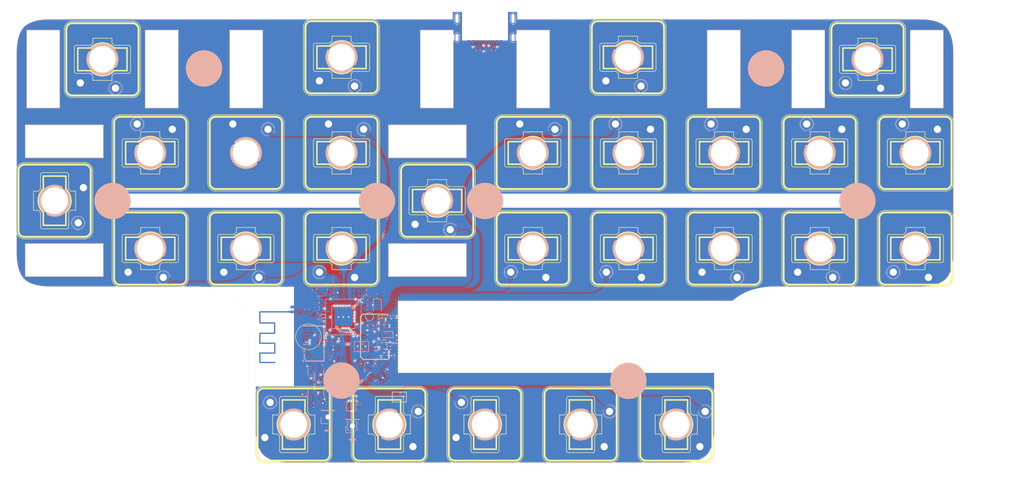
<source format=kicad_pcb>
(kicad_pcb (version 20241229) (generator "pcbnew") (generator_version "9.0")
  (layers (0 "F.Cu" signal) (4 "In1.Cu" signal) (6 "In2.Cu" signal) (2 "B.Cu" signal) (13 "F.Paste" user) (15 "B.Paste" user) (5 "F.SilkS" user "F.Silkscreen") (7 "B.SilkS" user "B.Silkscreen") (1 "F.Mask" user) (3 "B.Mask" user) (25 "Edge.Cuts" user))
  (net 0 "")
  (net 1 "Net-(AE1-A)")
  (net 2 "GND")
  (net 3 "VDD_nRF")
  (net 4 "CC1")
  (net 5 "VBUS")
  (net 6 "D+")
  (net 7 "D-")
  (net 8 "CC2")
  (net 9 "Button(activelow)")
  (net 10 "P0.31")
  (net 11 "vSYSTEM")
  (net 12 "vSwitch")
  (net 13 "Net-(Q1-G)")
  (net 14 "SCL")
  (net 15 "SDA")
  (net 16 "CE")
  (net 17 "vBAT")
  (net 18 "swd")
  (net 19 "P0.03")
  (net 20 "P0.05")
  (net 21 "P0.30")
  (net 22 "DCCH")
  (net 23 "P1.12")
  (net 24 "/NFC1")
  (net 25 "P0.04")
  (net 26 "P1.13")
  (net 27 "P1.03")
  (net 28 "swc")
  (net 29 "P0.13")
  (net 30 "P0.29")
  (net 31 "P0.24")
  (net 32 "P1.15")
  (net 33 "P0.07")
  (net 34 "P1.14")
  (net 35 "P1.05")
  (net 36 "P1.01")
  (net 37 "P1.09")
  (net 38 "P1.06")
  (net 39 "P1.08")
  (net 40 "P0.15")
  (net 41 "P0.06")
  (net 42 "P0.25")
  (net 43 "P0.08")
  (net 44 "P0.14")
  (net 45 "P1.02")
  (net 46 "P1.07")
  (net 47 "P0.20")
  (net 48 "P0.16")
  (net 49 "P1.04")
  (net 50 "P0.27")
  (net 51 "P0.28")
  (net 52 "/NFC2")
  (net 53 "P0.26")
  (net 54 "P0.02")
  (net 55 "P0.17")
  (net 56 "1.8V")
  (net 60 "Net-(D3-K)")
  (net 61 "Batteryin")
  (net 62 "Net-(U6-XL1{slash}P0.00)")
  (net 63 "Net-(U6-XL2{slash}P0.01)")
  (net 64 "Net-(U6-DEC1)")
  (net 65 "Net-(U6-DECUSB)")
  (net 66 "Net-(U6-DEC4)")
  (net 67 "Net-(U7-VCOMH)")
  (net 68 "Net-(U7-C2P)")
  (net 69 "Net-(U7-C2N)")
  (net 70 "Net-(U7-C1P)")
  (net 71 "Net-(U7-C1N)")
  (net 72 "Net-(U7-VCC)")
  (net 73 "Net-(U6-DEC5)")
  (net 74 "Net-(U6-ANT)")
  (net 75 "Net-(U6-XC2)")
  (net 76 "Net-(U6-XC1)")
  (net 77 "Net-(U6-DEC3)")
  (net 78 "Net-(C28-Pad2)")
  (net 79 "Net-(D1-K)")
  (net 80 "Net-(D2-K)")
  (net 81 "Net-(D2-A)")
  (net 86 "Net-(JP4-A)")
  (net 87 "Net-(L1-Pad2)")
  (net 88 "Net-(U6-DCC)")
  (net 89 "Net-(U2-ILIM)")
  (net 90 "Net-(U2-ISET)")
  (net 91 "Net-(U2-EN1)")
  (net 92 "Net-(U2-EN2)")
  (net 93 "Net-(U1-BIN)")
  (net 94 "Net-(U2-~{CHG})")
  (net 95 "Net-(U7-IREF)")
  (net 96 "Net-(U2-TS)")
  (net 111 "Net-(R17-Pad1)")
  (net 112 "P1.11")
  (footprint "Library:CustomHotswap" (layer "F.Cu") (at 223.275 80.455001 180)
    (property "Reference" "SW25" (hide yes))
    (property "Value" "T")
  )
  (footprint "Library:CustomHotswap" (layer "F.Cu") (at 185.175001 99.505002)
    (property "Reference" "SW20" (hide yes))
    (property "Value" "B")
  )
  (footprint "Library:CustomHotswap" (layer "F.Cu") (at 204.225 99.505)
    (property "Reference" "SW24" (hide yes))
    (property "Value" "G")
  )
  (footprint "Library:testPads" (layer "F.Cu") (at 131.93 120.35)
    (property "Reference" "TP6" (hide yes))
    (property "Value" "TestPoint")
  )
  (footprint "Library:CustomHotswap" (layer "F.Cu") (at 118.5 134.555001 -90)
    (property "Reference" "SW9" (hide yes))
    (property "Value" "A")
  )
  (footprint "Library:CustomHotswap" (layer "F.Cu") (at 166.125 99.505002)
    (property "Reference" "SW17" (hide yes))
    (property "Value" "R")
  )
  (footprint "Library:CustomHotswap" (layer "F.Cu") (at 194.700001 134.555001 90)
    (property "Reference" "SW21" (hide yes))
    (property "Value" "*")
  )
  (footprint "Library:CustomHotswap" (layer "F.Cu") (at 185.075002 61.404999)
    (property "Reference" "SW15" (hide yes))
    (property "Value" "#")
  )
  (footprint "Library:CustomHotswap" (layer "F.Cu") (at 166.125 80.455001 180)
    (property "Reference" "SW16" (hide yes))
    (property "Value" "F")
  )
  (footprint "Library:CustomHotswap" (layer "F.Cu") (at 147.075003 89.98)
    (property "Reference" "SW13" (hide yes))
    (property "Value" "*")
  )
  (footprint "Library:testPads" (layer "F.Cu") (at 120.172761 128.598886)
    (property "Reference" "TP3" (hide yes))
    (property "Value" "TestPoint")
  )
  (footprint "Library:CustomHotswap" (layer "F.Cu") (at 242.324999 99.505002)
    (property "Reference" "SW28" (hide yes))
    (property "Value" "Z")
  )
  (footprint "Library:CustomHotswap" (layer "F.Cu") (at 70.875002 89.98 90)
    (property "Reference" "SW3" (hide yes))
    (property "Value" "S")
  )
  (footprint "Library:0402" (layer "F.Cu") (at 124.49 113.42 -90)
    (property "Reference" "R17" (hide yes))
    (property "Value" "0R")
  )
  (footprint "Library:testPads" (layer "F.Cu") (at 121.46 122.24)
    (property "Reference" "TP8" (hide yes))
    (property "Value" "TestPoint")
  )
  (footprint "Library:CustomHotswap" (layer "F.Cu") (at 80.400001 61.815669)
    (property "Reference" "SW2" (hide yes))
    (property "Value" "#")
  )
  (footprint "Library:CustomHotswap" (layer "F.Cu") (at 204.225 80.455001 180)
    (property "Reference" "SW23" (hide yes))
    (property "Value" "L")
  )
  (footprint "Library:CustomHotswap" (layer "F.Cu") (at 232.800002 61.815669)
    (property "Reference" "SW22" (hide yes))
    (property "Value" "#")
  )
  (footprint "Library:CustomHotswap" (layer "F.Cu") (at 156.6 134.555001 -90)
    (property "Reference" "SW14" (hide yes))
    (property "Value" "E")
  )
  (footprint "Library:CustomHotswap" (layer "F.Cu") (at 89.925001 99.505)
    (property "Reference" "SW5" (hide yes))
    (property "Value" "K")
  )
  (footprint "Library:testPads" (layer "F.Cu") (at 133.603376 113.048717)
    (property "Reference" "TP11" (hide yes))
    (property "Value" "TestPoint")
  )
  (footprint "Library:CustomHotswap" (layer "F.Cu") (at 128.024999 80.455001 180)
    (property "Reference" "SW10" (hide yes))
    (property "Value" "H")
  )
  (footprint "Library:CustomHotswap" (layer "F.Cu") (at 223.275 99.505)
    (property "Reference" "SW26" (hide yes))
    (property "Value" "S")
  )
  (footprint "Library:CustomHotswap" (layer "F.Cu") (at 242.324999 80.455001 180)
    (property "Reference" "SW27" (hide yes))
    (property "Value" "D")
  )
  (footprint "Library:testPads" (layer "F.Cu") (at 131.96 123.29)
    (property "Reference" "TP5" (hide yes))
    (property "Value" "TestPoint")
  )
  (footprint "Library:testPads" (layer "F.Cu") (at 125.324288 125.766865)
    (property "Reference" "TP1" (hide yes))
    (property "Value" "TestPoint")
  )
  (footprint "Library:CustomHotswap" (layer "F.Cu") (at 128.024999 99.505002)
    (property "Reference" "SW11" (hide yes))
    (property "Value" "R")
  )
  (footprint "Library:CustomHotswap" (layer "F.Cu") (at 108.975 99.505)
    (property "Reference" "SW8" (hide yes))
    (property "Value" "W")
  )
  (footprint "Library:CustomHotswap" (layer "F.Cu") (at 89.925001 80.455001 180)
    (property "Reference" "SW4" (hide yes))
    (property "Value" "T")
  )
  (footprint "Library:testPads" (layer "F.Cu") (at 121.46 124.13)
    (property "Reference" "TP7" (hide yes))
    (property "Value" "TestPoint")
  )
  (footprint "Library:CustomHotswap" (layer "F.Cu") (at 108.975 80.455001 180)
    (property "Reference" "SW7" (hide yes))
    (property "Value" "P")
  )
  (footprint "Library:testPads" (layer "F.Cu") (at 125 122.63)
    (property "Reference" "TP2" (hide yes))
    (property "Value" "TestPoint")
  )
  (footprint "Library:CustomHotswap" (layer "F.Cu") (at 128.025004 61.405002)
    (property "Reference" "SW6" (hide yes))
    (property "Value" "#")
  )
  (footprint "Library:CustomHotswap" (layer "F.Cu") (at 137.549999 134.555001 90)
    (property "Reference" "SW12" (hide yes))
    (property "Value" "O")
  )
  (footprint "Library:CustomHotswap" (layer "F.Cu") (at 175.65 134.555001 90)
    (property "Reference" "SW18" (hide yes))
    (property "Value" "U")
  )
  (footprint "Jumper:SolderJumper-2_P1.3mm_Open_TrianglePad1.0x1.5mm" (layer "F.Cu") (at 139.534999 129.09 180)
    (property "Reference" "JP4" (hide yes))
    (property "Value" "SolderJumper_2_Open")
  )
  (footprint "Library:testPads" (layer "F.Cu") (at 124.29 130.33)
    (property "Reference" "TP4" (hide yes))
    (property "Value" "TestPoint")
  )
  (footprint "Library:testPads" (layer "F.Cu") (at 131.454034 129.905848)
    (property "Reference" "TP9" (hide yes))
    (property "Value" "TestPoint")
  )
  (footprint "Library:0402" (layer "F.Cu") (at 124.567644 120.046393 -90)
    (property "Reference" "R18" (hide yes))
    (property "Value" "0R")
  )
  (footprint "Library:testPads" (layer "F.Cu") (at 127.964371 129.754223)
    (property "Reference" "TP10" (hide yes))
    (property "Value" "TestPoint")
  )
  (footprint "Library:5x5button" (layer "F.Cu") (at 121.44 117.080002 -90)
    (property "Reference" "SW1" (hide yes))
    (property "Value" "SW_Push_Dual")
  )
  (footprint "Library:CustomHotswap" (layer "F.Cu") (at 185.175001 80.455001 180)
    (property "Reference" "SW19" (hide yes))
    (property "Value" "P")
  )
  (footprint "Library:0402" (layer "B.Cu") (at 133.957828 126.613757 135)
    (property "Reference" "R7" (hide yes))
    (property "Value" "0R")
  )
  (footprint "Library:0402" (layer "B.Cu") (at 132.727462 121.466019 135)
    (property "Reference" "C4" (hide yes))
    (property "Value" "10uF")
  )
  (footprint "Diode_SMD:D_SOD-523" (layer "B.Cu") (at 137.04 116.65 180)
    (property "Reference" "D3" (hide yes))
    (property "Value" "1N4148WT")
  )
  (footprint "Capacitor_SMD:C_0402_1005Metric" (layer "B.Cu") (at 133.16 117.2 180)
    (property "Reference" "C12" (hide yes))
    (property "Value" "4.7uF")
  )
  (footprint "Resistor_SMD:R_0402_1005Metric" (layer "B.Cu") (at 134.620835 114.788838 90)
    (property "Reference" "R11" (hide yes))
    (property "Value" "4.7K")
  )
  (footprint "Resistor_SMD:R_0402_1005Metric" (layer "B.Cu") (at 158.31 60.01 -90)
    (property "Reference" "R2" (hide yes))
    (property "Value" "5.1K")
  )
  (footprint "Library:0402" (layer "B.Cu") (at 137.475 122.79 -45)
    (property "Reference" "R5" (hide yes))
    (property "Value" "590")
  )
  (footprint "Library:0402" (layer "B.Cu") (at 129.95 132.57)
    (property "Reference" "R21" (hide yes))
    (property "Value" "0R")
  )
  (footprint "Library:0402" (layer "B.Cu") (at 125.69747 120.461033 180)
    (property "Reference" "C5" (hide yes))
    (property "Value" "2.2uF")
  )
  (footprint "Library:0402" (layer "B.Cu") (at 136.277137 121.579156 -45)
    (property "Reference" "C1" (hide yes))
    (property "Value" "1uF")
  )
  (footprint "Crystal:Crystal_SMD_2012-2Pin_2.0x1.2mm" (layer "B.Cu") (at 135.16 110.76 -90)
    (property "Reference" "X1" (hide yes))
    (property "Value" "32.768 kHz")
  )
  (footprint "Capacitor_SMD:C_0402_1005Metric" (layer "B.Cu") (at 138.6 118.45 -90)
    (property "Reference" "C30" (hide yes))
    (property "Value" "0.1uF")
  )
  (footprint "Inductor_SMD:L_0402_1005Metric" (layer "B.Cu") (at 122.53 112.7 160)
    (property "Reference" "L3" (hide yes))
    (property "Value" "3.9nH")
  )
  (footprint "Library:USB-C_C168688" (layer "B.Cu") (at 156.599999 57.980002 180)
    (property "Reference" "J1" (hide yes))
    (property "Value" "USB-C USB 2.0 MC-372")
  )
  (footprint "Library:0402" (layer "B.Cu") (at 138.3 120.525 -90)
    (property "Reference" "C20" (hide yes))
    (property "Value" "10uF")
  )
  (footprint "Resistor_SMD:R_0402_1005Metric" (layer "B.Cu") (at 136.99 118.98)
    (property "Reference" "R13" (hide yes))
    (property "Value" "390K")
  )
  (footprint "Library:0402" (layer "B.Cu") (at 119.63 112.16 180)
    (property "Reference" "R16" (hide yes))
    (property "Value" "0R")
  )
  (footprint "Library:0402" (layer "B.Cu") (at 128.549211 131.001156 -90)
    (property "Reference" "C3" (hide yes))
    (property "Value" "2.2uF")
  )
  (footprint "Library:0402" (layer "B.Cu") (at 132.720391 125.37632 -45)
    (property "Reference" "R6" (hide yes))
    (property "Value" "0R")
  )
  (footprint "Capacitor_SMD:C_0402_1005Metric" (layer "B.Cu") (at 137.915 113.275)
    (property "Reference" "C18" (hide yes))
    (property "Value" "1uF")
  )
  (footprint "Capacitor_SMD:C_0402_1005Metric" (layer "B.Cu") (at 133.23 109.25)
    (property "Reference" "C7" (hide yes))
    (property "Value" "12pF")
  )
  (footprint "Connector_PinHeader_2.54mm:PinHeader_1x01_P2.54mm_Vertical" (layer "B.Cu") (at 125.3 133.05)
    (property "Reference" "REF**" (hide yes))
    (property "Value" "PinHeader_1x01_P2.54mm_Vertical")
  )
  (footprint "Resistor_SMD:R_0402_1005Metric" (layer "B.Cu") (at 122.47 130.737535)
    (property "Reference" "R10" (hide yes))
    (property "Value" "5.1K")
  )
  (footprint "Library:AQFN-73-1EP_7x7mm_P0.5mm_NRF52840-custom" (layer "B.Cu") (at 128.390836 113.144507 180)
    (property "Reference" "U6" (hide yes))
    (property "Value" "nRF52840_aQFN73")
  )
  (footprint "Library:0402" (layer "B.Cu") (at 131.490025 122.675172 135)
    (property "Reference" "D1" (hide yes))
    (property "Value" "LED")
  )
  (footprint "Library:0402" (layer "B.Cu") (at 132.105208 122.088273 135)
    (property "Reference" "R9" (hide yes))
    (property "Value" "1.5k")
  )
  (footprint "Library:0402" (layer "B.Cu") (at 133.950757 120.893263 45)
    (property "Reference" "R4" (hide yes))
    (property "Value" "1.1k")
  )
  (footprint "Library:SSD1306_OLED-0.91-128x32" (layer "B.Cu") (at 134.307501 117.080002)
    (property "Reference" "U7" (hide yes))
    (property "Value" "SSD1306")
  )
  (footprint "Inductor_SMD:L_0402_1005Metric" (layer "B.Cu") (at 131.45 108.37 -90)
    (property "Reference" "L2" (hide yes))
    (property "Value" "10uH")
  )
  (footprint "Library:0402" (layer "B.Cu") (at 137.514575 124.669213 45)
    (property "Reference" "TH1" (hide yes))
    (property "Value" "10K")
  )
  (footprint "Library:crystal 32mhz" (layer "B.Cu") (at 123.7 107.79)
    (property "Reference" "X2" (hide yes))
    (property "Value" "32MHZ")
  )
  (footprint "Capacitor_SMD:C_0402_1005Metric" (layer "B.Cu") (at 133.17 111.29 180)
    (property "Reference" "C11" (hide yes))
    (property "Value" "100nF")
  )
  (footprint "Capacitor_SMD:C_0402_1005Metric" (layer "B.Cu") (at 133.21 110.21 180)
    (property "Reference" "C13" (hide yes))
    (property "Value" "1uF")
  )
  (footprint "Capacitor_SMD:C_0402_1005Metric" (layer "B.Cu") (at 123.450835 112.028838 -20)
    (property "Reference" "C24" (hide yes))
    (property "Value" "1pF")
  )
  (footprint "Package_DFN_QFN:VQFN-16-1EP_3x3mm_P0.5mm_EP1.6x1.6mm" (layer "B.Cu") (at 134.778072 123.728761 135)
    (property "Reference" "U2" (hide yes))
    (property "Value" "BQ24075RGT")
  )
  (footprint "Capacitor_SMD:C_0402_1005Metric" (layer "B.Cu") (at 126.43 108.82 180)
    (property "Reference" "C21" (hide yes))
    (property "Value" "100nF")
  )
  (footprint "Capacitor_SMD:C_0402_1005Metric" (layer "B.Cu") (at 132.98 108.23)
    (property "Reference" "C15" (hide yes))
    (property "Value" "47nF")
  )
  (footprint "Library:0402" (layer "B.Cu") (at 136.31 119.95)
    (property "Reference" "C17" (hide yes))
    (property "Value" "10uF")
  )
  (footprint "Capacitor_SMD:C_0402_1005Metric" (layer "B.Cu") (at 132.96 107.25)
    (property "Reference" "C14" (hide yes))
    (property "Value" "1uF")
  )
  (footprint "Capacitor_SMD:C_0402_1005Metric" (layer "B.Cu") (at 121.08 111.66 -90)
    (property "Reference" "C28" (hide yes))
    (property "Value" "1pF")
  )
  (footprint "Library:FPC" (layer "B.Cu") (at 122.295896 118.414102 90)
    (property "Reference" "U5" (hide yes))
    (property "Value" "Conn_01x14_Socket")
  )
  (footprint "Resistor_SMD:R_0402_1005Metric" (layer "B.Cu") (at 133.170835 114.338838)
    (property "Reference" "R12" (hide yes))
    (property "Value" "4.7K")
  )
  (footprint "Library:0402" (layer "B.Cu") (at 131.4125 130.372502 -90)
    (property "Reference" "R8" (hide yes))
    (property "Value" "10K")
  )
  (footprint "Package_TO_SOT_SMD:SOT-23" (layer "B.Cu") (at 122.929998 124.100035 -90)
    (property "Reference" "Q1" (hide yes))
    (property "Value" "AO3407")
  )
  (footprint "Capacitor_SMD:C_0402_1005Metric" (layer "B.Cu") (at 125.62 117.9 90)
    (property "Reference" "C22" (hide yes))
    (property "Value" "100nF")
  )
  (footprint "LED_SMD:LED_0402_1005Metric" (layer "B.Cu") (at 126.41 106.79 180)
    (property "Reference" "D2" (hide yes))
    (property "Value" "BLUE")
  )
  (footprint "Capacitor_SMD:C_0402_1005Metric" (layer "B.Cu") (at 123.590835 110.808838 180)
    (property "Reference" "C27" (hide yes))
    (property "Value" "100pF")
  )
  (footprint "Library:0402" (layer "B.Cu") (at 125.706124 121.364186 180)
    (property "Reference" "C6" (hide yes))
    (property "Value" "1uF")
  )
  (footprint "Library:0402" (layer "B.Cu") (at 135.69024 126.465264 -135)
    (property "Reference" "R3" (hide yes))
    (property "Value" "100K")
  )
  (footprint "Jumper:SolderJumper-2_P1.3mm_Open_TrianglePad1.0x1.5mm" (layer "B.Cu") (at 132.025 119.025)
    (property "Reference" "JP3" (hide yes))
    (property "Value" "SolderJumper_2_Open")
  )
  (footprint "Capacitor_SMD:C_0402_1005Metric" (layer "B.Cu") (at 133.170835 116.228838 180)
    (property "Reference" "C10" (hide yes))
    (property "Value" "4.7uF")
  )
  (footprint "Resistor_SMD:R_0402_1005Metric" (layer "B.Cu") (at 155.25 60.01 -90)
    (property "Reference" "R1" (hide yes))
    (property "Value" "5.1K")
  )
  (footprint "Capacitor_SMD:C_0402_1005Metric" (layer "B.Cu") (at 123.74 113.67 70)
    (property "Reference" "C23" (hide yes))
    (property "Value" "820pF")
  )
  (footprint "Library:0402" (layer "B.Cu") (at 134.500001 118.7)
    (property "Reference" "R20" (hide yes))
    (property "Value" "2M")
  )
  (footprint "Capacitor_SMD:C_0402_1005Metric" (layer "B.Cu") (at 123.590835 109.808838)
    (property "Reference" "C26" (hide yes))
    (property "Value" "12pF")
  )
  (footprint "Library:DRV 6PIN" (layer "B.Cu") (at 127.625 120.45 -90)
    (property "Reference" "U4" (hide yes))
    (property "Value" "TPS709")
  )
  (footprint "Inductor_SMD:L_0402_1005Metric" (layer "B.Cu") (at 130.45 108.35 90)
    (property "Reference" "L1" (hide yes))
    (property "Value" "15nH")
  )
  (footprint "Library:2.4GHz-meander-antenna-v2" (layer "B.Cu") (at 117.487315 112.11 90)
    (property "Reference" "AE1" (hide yes))
    (property "Value" "Antenna" (hide yes))
  )
  (footprint "Library:0402" (layer "B.Cu") (at 136.575 117.9)
    (property "Reference" "R14" (hide yes))
    (property "Value" "10K")
  )
  (footprint "Capacitor_SMD:C_0402_1005Metric" (layer "B.Cu") (at 118.16 111.63 90)
    (property "Reference" "C29" (hide yes))
    (property "Value" "1.5pF")
  )
  (footprint "Capacitor_SMD:C_0402_1005Metric" (layer "B.Cu") (at 128.11 117.92 90)
    (property "Reference" "C16" (hide yes))
    (property "Value" "100nF")
  )
  (footprint "Connector_PinHeader_2.54mm:PinHeader_1x01_P2.54mm_Vertical" (layer "B.Cu") (at 130.19 134.85)
    (property "Reference" "REF**" (hide yes))
    (property "Value" "PinHeader_1x01_P2.54mm_Vertical")
  )
  (footprint "Library:Texas_DSBGA-9_1.62mmx1.58mm_Layout3x3_P0.5mm" (layer "B.Cu") (at 129.965 130.95 180)
    (property "Reference" "U1" (hide yes))
    (property "Value" "BQ27427")
  )
  (footprint "Library:0402" (layer "B.Cu") (at 134.51 119.57 180)
    (property "Reference" "R19" (hide yes))
    (property "Value" "820k")
  )
  (footprint "Capacitor_SMD:C_0402_1005Metric" (layer "B.Cu") (at 133.170835 115.278838 180)
    (property "Reference" "C9" (hide yes))
    (property "Value" "4.7uF")
  )
  (footprint "Capacitor_SMD:C_0402_1005Metric" (layer "B.Cu") (at 126.43 107.78 180)
    (property "Reference" "C25" (hide yes))
    (property "Value" "12pF")
  )
  (footprint "Resistor_SMD:R_0402_1005Metric" (layer "B.Cu") (at 126.38 105.73 180)
    (property "Reference" "R15" (hide yes))
    (property "Value" "1K")
  )
  (footprint "Package_TO_SOT_SMD:SOT-23-6" (layer "B.Cu") (at 122.929999 128.177535 90)
    (property "Reference" "U3" (hide yes))
    (property "Value" "MAX16054")
  )
  (footprint "Library:0402" (layer "B.Cu") (at 137.062027 126.012716 135)
    (property "Reference" "C2" (hide yes))
    (property "Value" "10uF")
  )
  (footprint "Capacitor_SMD:C_0402_1005Metric" (layer "B.Cu") (at 136.525 114.65 180)
    (property "Reference" "C19" (hide yes))
    (property "Value" "1uF")
  )
  (footprint "Capacitor_SMD:C_0402_1005Metric" (layer "B.Cu") (at 135.15 108.97 180)
    (property "Reference" "C8" (hide yes))
    (property "Value" "12pF")
  )
  (gr_circle (center 185.164993 125.855007) (end 188.764993 125.855007) (stroke (width 0.05)) (fill yes) (layer "B.SilkS"))
  (gr_circle (center 100.623746 63.630008) (end 104.223746 63.630008) (stroke (width 0.05)) (fill yes) (layer "B.SilkS"))
  (gr_circle (center 212.586246 63.630008) (end 216.186246 63.630008) (stroke (width 0.05)) (fill yes) (layer "B.SilkS"))
  (gr_circle (center 82.429993 90.035007) (end 86.029993 90.035007) (stroke (width 0.05)) (fill yes) (layer "B.SilkS"))
  (gr_circle (center 156.604993 90.035007) (end 160.204993 90.035007) (stroke (width 0.05)) (fill yes) (layer "B.SilkS"))
  (gr_circle (center 230.779993 90.035007) (end 234.379993 90.035007) (stroke (width 0.05)) (fill yes) (layer "B.SilkS"))
  (gr_circle (center 135.084993 90.035007) (end 138.684993 90.035007) (stroke (width 0.05)) (fill yes) (layer "B.SilkS"))
  (gr_circle (center 128.025001 125.805001) (end 131.625001 125.805001) (stroke (width 0.05)) (fill yes) (layer "B.SilkS"))
  (gr_line (start 105.824776 108.920733) (end 106.315163 109.243452) (stroke (width 0.01)) (layer "Edge.Cuts"))
  (gr_line (start 245.54766 106.932869) (end 245.565635 106.929534) (stroke (width 0.01)) (layer "Edge.Cuts"))
  (gr_line (start 110.887128 136.024568) (end 110.902475 136.33743) (stroke (width 0.01)) (layer "Edge.Cuts"))
  (gr_curve (pts (xy 110.684066 116.702611) (xy 110.747116 117.112925) (xy 110.794854 117.536886) (xy 110.826825 117.974725)) (stroke (width 0.01)) (layer "Edge.Cuts"))
  (gr_line (start 249.298322 56.618834) (end 249.130673 56.26676) (stroke (width 0.01)) (layer "Edge.Cuts"))
  (gr_line (start 63.462496 58.100985) (end 63.457682 58.126084) (stroke (width 0.01)) (layer "Edge.Cuts"))
  (gr_line (start 69.405433 53.792131) (end 69.092571 53.807478) (stroke (width 0.01)) (layer "Edge.Cuts"))
  (gr_rect (start 65.084334 74.917502) (end 80.534333 81.417502) (stroke (width 0.1)) (fill no) (layer "Edge.Cuts"))
  (gr_line (start 63.277475 101.28743) (end 63.299199 101.594179) (stroke (width 0.01)) (layer "Edge.Cuts"))
  (gr_line (start 110.125121 114.400307) (end 110.1481 114.46792) (stroke (width 0.01)) (layer "Edge.Cuts"))
  (gr_line (start 108.428428 111.241903) (end 108.775142 111.709439) (stroke (width 0.01)) (layer "Edge.Cuts"))
  (gr_line (start 109.391244 112.712333) (end 109.661218 113.249606) (stroke (width 0.01)) (layer "Edge.Cuts"))
  (gr_line (start 202.117316 137.83392) (end 202.122221 137.807978) (stroke (width 0.01)) (layer "Edge.Cuts"))
  (gr_line (start 249.83797 102.18606) (end 249.872838 101.891589) (stroke (width 0.01)) (layer "Edge.Cuts"))
  (gr_line (start 109.786735 113.527634) (end 109.905902 113.812019) (stroke (width 0.01)) (layer "Edge.Cuts"))
  (gr_line (start 115.044637 141.937015) (end 115.145121 141.957542) (stroke (width 0.01)) (layer "Edge.Cuts"))
  (gr_line (start 249.92263 101.285206) (end 249.937916 100.973018) (stroke (width 0.01)) (layer "Edge.Cuts"))
  (gr_curve (pts (xy 98.674999 107.130002) (xy 99.142441 107.130002) (xy 99.595745 107.146315) (xy 100.035036 107.178501)) (stroke (width 0.01)) (layer "Edge.Cuts"))
  (gr_line (start 64.260352 55.937736) (end 64.06396 56.277101) (stroke (width 0.01)) (layer "Edge.Cuts"))
  (gr_line (start 67.019403 54.116935) (end 66.82712 54.169759) (stroke (width 0.01)) (layer "Edge.Cuts"))
  (gr_line (start 249.900799 59.315825) (end 249.872525 59.015034) (stroke (width 0.01)) (layer "Edge.Cuts"))
  (gr_line (start 66.088831 54.431679) (end 65.736757 54.599328) (stroke (width 0.01)) (layer "Edge.Cuts"))
  (gr_line (start 245.508012 53.96991) (end 245.437213 53.957411) (stroke (width 0.01)) (layer "Edge.Cuts"))
  (gr_line (start 243.794565 107.117873) (end 244.107427 107.102526) (stroke (width 0.01)) (layer "Edge.Cuts"))
  (gr_line (start 115.387785 142.002593) (end 115.458725 142.0146) (stroke (width 0.01)) (layer "Edge.Cuts"))
  (gr_line (start 248.285518 105.74686) (end 248.436342 105.603947) (stroke (width 0.01)) (layer "Edge.Cuts"))
  (gr_line (start 112.258141 140.515521) (end 112.401054 140.666345) (stroke (width 0.01)) (layer "Edge.Cuts"))
  (gr_curve (pts (xy 111.892381 140.033357) (xy 111.964184 140.144702) (xy 112.042172 140.254024) (xy 112.126446 140.359602)) (stroke (width 0.01)) (layer "Edge.Cuts"))
  (gr_line (start 196.789176 142.130802) (end 197.089967 142.102528) (stroke (width 0.01)) (layer "Edge.Cuts"))
  (gr_line (start 67.762785 106.952593) (end 67.833725 106.9646) (stroke (width 0.01)) (layer "Edge.Cuts"))
  (gr_circle (center 185.174999 125.805001) (end 186.725001 125.805001) (stroke (width 0.01)) (fill no) (layer "Edge.Cuts"))
  (gr_line (start 210.421962 107.628343) (end 210.707111 107.555609) (stroke (width 0.01)) (layer "Edge.Cuts"))
  (gr_line (start 249.752866 58.182341) (end 249.749531 58.164366) (stroke (width 0.01)) (layer "Edge.Cuts"))
  (gr_line (start 152.099999 52.280002) (end 150.099999 52.280002) (stroke (width 0.01)) (layer "Edge.Cuts"))
  (gr_line (start 110.1481 114.46792) (end 110.170516 114.535178) (stroke (width 0.01)) (layer "Edge.Cuts"))
  (gr_line (start 197.957683 141.976338) (end 197.983716 141.971399) (stroke (width 0.01)) (layer "Edge.Cuts"))
  (gr_line (start 249.796166 102.4749) (end 249.817948 102.331186) (stroke (width 0.01)) (layer "Edge.Cuts"))
  (gr_arc (start 230.366053 88.484921) (mid 232.325 89.98) (end 230.366053 91.475079) (stroke (width 0.01)) (layer "Edge.Cuts"))
  (gr_line (start 249.726516 58.045064) (end 249.705846 57.94424) (stroke (width 0.01)) (layer "Edge.Cuts"))
  (gr_line (start 63.362492 102.189933) (end 63.382603 102.335286) (stroke (width 0.01)) (layer "Edge.Cuts"))
  (gr_rect (start 88.962502 56.024999) (end 95.462502 71.474998) (stroke (width 0.1)) (fill no) (layer "Edge.Cuts"))
  (gr_line (start 63.901676 104.29117) (end 64.069325 104.643244) (stroke (width 0.01)) (layer "Edge.Cuts"))
  (gr_line (start 245.608716 106.921399) (end 245.633901 106.916552) (stroke (width 0.01)) (layer "Edge.Cuts"))
  (gr_line (start 103.618965 107.884789) (end 103.693823 107.910865) (stroke (width 0.01)) (layer "Edge.Cuts"))
  (gr_line (start 70.049999 107.130002) (end 98.674999 107.130002) (stroke (width 0.01)) (layer "Edge.Cuts"))
  (gr_line (start 208.722631 108.218266) (end 209.007016 108.099099) (stroke (width 0.01)) (layer "Edge.Cuts"))
  (gr_line (start 111.384801 138.977917) (end 111.526676 139.34117) (stroke (width 0.01)) (layer "Edge.Cuts"))
  (gr_line (start 209.520661 107.905765) (end 209.595304 107.87988) (stroke (width 0.01)) (layer "Edge.Cuts"))
  (gr_line (start 249.613066 57.549406) (end 249.560242 57.357123) (stroke (width 0.01)) (layer "Edge.Cuts"))
  (gr_line (start 63.382603 102.335286) (end 63.404485 102.479215) (stroke (width 0.01)) (layer "Edge.Cuts"))
  (gr_line (start 63.249999 100.330002) (end 63.262128 100.974568) (stroke (width 0.01)) (layer "Edge.Cuts"))
  (gr_arc (start 157.008949 91.475079) (mid 155.05 89.98) (end 157.008949 88.484921) (stroke (width 0.01)) (layer "Edge.Cuts"))
  (gr_line (start 114.651077 141.844865) (end 114.846094 141.89298) (stroke (width 0.01)) (layer "Edge.Cuts"))
  (gr_line (start 110.29835 114.946648) (end 110.376658 115.226965) (stroke (width 0.01)) (layer "Edge.Cuts"))
  (gr_arc (start 229.0996 91.305) (mid 229.738525 91.347714) (end 230.366053 91.475079) (stroke (width 0.01)) (layer "Edge.Cuts"))
  (gr_line (start 63.439907 58.221989) (end 63.427408 58.292788) (stroke (width 0.01)) (layer "Edge.Cuts"))
  (gr_line (start 110.987492 137.239933) (end 111.007603 137.385286) (stroke (width 0.01)) (layer "Edge.Cuts"))
  (gr_line (start 243.793015 53.792085) (end 243.149999 53.780002) (stroke (width 0.01)) (layer "Edge.Cuts"))
  (gr_line (start 67.63905 106.930404) (end 67.656999 106.933723) (stroke (width 0.01)) (layer "Edge.Cuts"))
  (gr_line (start 135.080002 88.655) (end 84.100378 88.655) (stroke (width 0.01)) (layer "Edge.Cuts"))
  (gr_line (start 206.4369 109.576573) (end 206.904436 109.229859) (stroke (width 0.01)) (layer "Edge.Cuts"))
  (gr_line (start 195.524999 142.180002) (end 196.169565 142.167873) (stroke (width 0.01)) (layer "Edge.Cuts"))
  (gr_line (start 198.160761 141.935849) (end 198.260856 141.91417) (stroke (width 0.01)) (layer "Edge.Cuts"))
  (gr_line (start 63.756811 56.990454) (end 63.637601 57.364386) (stroke (width 0.01)) (layer "Edge.Cuts"))
  (gr_line (start 247.4529 54.593963) (end 247.101801 54.427657) (stroke (width 0.01)) (layer "Edge.Cuts"))
  (gr_arc (start 84.100378 88.655) (mid 83.461478 88.61229) (end 82.833951 88.484921) (stroke (width 0.01)) (layer "Edge.Cuts"))
  (gr_line (start 249.817395 58.574718) (end 249.795513 58.430789) (stroke (width 0.01)) (layer "Edge.Cuts"))
  (gr_line (start 244.107427 107.102526) (end 244.414176 107.080802) (stroke (width 0.01)) (layer "Edge.Cuts"))
  (gr_line (start 248.698552 55.600402) (end 248.566857 55.444483) (stroke (width 0.01)) (layer "Edge.Cuts"))
  (gr_line (start 63.458602 102.788719) (end 63.463449 102.813904) (stroke (width 0.01)) (layer "Edge.Cuts"))
  (gr_line (start 202.122221 137.807978) (end 202.125401 137.790951) (stroke (width 0.01)) (layer "Edge.Cuts"))
  (gr_line (start 243.149999 107.130002) (end 243.794565 107.117873) (stroke (width 0.01)) (layer "Edge.Cuts"))
  (gr_line (start 114.846094 141.89298) (end 114.944874 141.915483) (stroke (width 0.01)) (layer "Edge.Cuts"))
  (gr_curve (pts (xy 200.811342 140.653947) (xy 200.909032 140.5558) (xy 200.999297 140.453323) (xy 201.082931 140.34769)) (stroke (width 0.01)) (layer "Edge.Cuts"))
  (gr_line (start 115.247023 141.977224) (end 115.26405 141.980404) (stroke (width 0.01)) (layer "Edge.Cuts"))
  (gr_line (start 210.707111 107.555609) (end 211.292302 107.426943) (stroke (width 0.01)) (layer "Edge.Cuts"))
  (gr_line (start 249.727539 102.85988) (end 249.737502 102.809019) (stroke (width 0.01)) (layer "Edge.Cuts"))
  (gr_arc (start 135.080002 88.655) (mid 136.405002 89.98) (end 135.080002 91.305) (stroke (width 0.01)) (layer "Edge.Cuts"))
  (gr_line (start 246.372878 106.740245) (end 246.747914 106.6202) (stroke (width 0.01)) (layer "Edge.Cuts"))
  (gr_line (start 63.450467 102.745638) (end 63.453663 102.762686) (stroke (width 0.01)) (layer "Edge.Cuts"))
  (gr_line (start 249.707012 102.960364) (end 249.727539 102.85988) (stroke (width 0.01)) (layer "Edge.Cuts"))
  (gr_rect (start 143.775002 56.025002) (end 150.275002 71.475001) (stroke (width 0.1)) (fill no) (layer "Edge.Cuts"))
  (gr_line (start 63.585136 57.55608) (end 63.537021 57.751097) (stroke (width 0.01)) (layer "Edge.Cuts"))
  (gr_curve (pts (xy 201.082931 140.34769) (xy 201.166565 140.242058) (xy 201.243569 140.133271) (xy 201.314646 140.022268)) (stroke (width 0.01)) (layer "Edge.Cuts"))
  (gr_line (start 110.952473 136.94497) (end 110.987492 137.239933) (stroke (width 0.01)) (layer "Edge.Cuts"))
  (gr_line (start 66.452084 54.289804) (end 66.088831 54.431679) (stroke (width 0.01)) (layer "Edge.Cuts"))
  (gr_line (start 69.094795 107.102633) (end 69.406983 107.117919) (stroke (width 0.01)) (layer "Edge.Cuts"))
  (gr_line (start 67.617315 53.983666) (end 67.591282 53.988605) (stroke (width 0.01)) (layer "Edge.Cuts"))
  (gr_line (start 66.098197 106.482347) (end 66.460451 106.62319) (stroke (width 0.01)) (layer "Edge.Cuts"))
  (gr_line (start 116.719795 142.152633) (end 117.031983 142.167919) (stroke (width 0.01)) (layer "Edge.Cuts"))
  (gr_line (start 198.359958 141.891512) (end 198.555595 141.843069) (stroke (width 0.01)) (layer "Edge.Cuts"))
  (gr_line (start 114.944874 141.915483) (end 115.044637 141.937015) (stroke (width 0.01)) (layer "Edge.Cuts"))
  (gr_line (start 67.520121 106.907542) (end 67.570982 106.917505) (stroke (width 0.01)) (layer "Edge.Cuts"))
  (gr_line (start 197.887627 141.989271) (end 197.92266 141.982869) (stroke (width 0.01)) (layer "Edge.Cuts"))
  (gr_line (start 249.78389 58.35931) (end 249.771827 58.288271) (stroke (width 0.01)) (layer "Edge.Cuts"))
  (gr_line (start 246.747914 106.6202) (end 247.111167 106.478325) (stroke (width 0.01)) (layer "Edge.Cuts"))
  (gr_line (start 245.577975 53.98278) (end 245.560948 53.9796) (stroke (width 0.01)) (layer "Edge.Cuts"))
  (gr_line (start 249.302344 104.281804) (end 249.443187 103.91955) (stroke (width 0.01)) (layer "Edge.Cuts"))
  (gr_line (start 110.449392 115.512114) (end 110.578058 116.097305) (stroke (width 0.01)) (layer "Edge.Cuts"))
  (gr_line (start 63.415401 58.363728) (end 63.403832 58.435104) (stroke (width 0.01)) (layer "Edge.Cuts"))
  (gr_line (start 64.501446 105.309602) (end 64.633141 105.465521) (stroke (width 0.01)) (layer "Edge.Cuts"))
  (gr_line (start 207.394271 108.909043) (end 207.90733 108.613757) (stroke (width 0.01)) (layer "Edge.Cuts"))
  (gr_line (start 67.905101 106.976169) (end 68.048815 106.997951) (stroke (width 0.01)) (layer "Edge.Cuts"))
  (gr_line (start 246.739547 54.286814) (end 246.365615 54.167604) (stroke (width 0.01)) (layer "Edge.Cuts"))
  (gr_line (start 67.026077 106.794865) (end 67.221094 106.84298) (stroke (width 0.01)) (layer "Edge.Cuts"))
  (gr_curve (pts (xy 112.707311 140.937934) (xy 112.812943 141.021568) (xy 112.92173 141.098572) (xy 113.032733 141.169649)) (stroke (width 0.01)) (layer "Edge.Cuts"))
  (gr_line (start 245.978904 54.067024) (end 245.880124 54.044521) (stroke (width 0.01)) (layer "Edge.Cuts"))
  (gr_line (start 249.130673 56.26676) (end 248.932617 55.926647) (stroke (width 0.01)) (layer "Edge.Cuts"))
  (gr_line (start 245.542999 53.976281) (end 245.508012 53.96991) (stroke (width 0.01)) (layer "Edge.Cuts"))
  (gr_line (start 68.788654 107.080996) (end 69.094795 107.102633) (stroke (width 0.01)) (layer "Edge.Cuts"))
  (gr_line (start 67.570982 106.917505) (end 67.596081 106.922319) (stroke (width 0.01)) (layer "Edge.Cuts"))
  (gr_line (start 67.314142 54.045834) (end 67.21504 54.068492) (stroke (width 0.01)) (layer "Edge.Cuts"))
  (gr_curve (pts (xy 65.396644 54.797384) (xy 65.285299 54.869187) (xy 65.175977 54.947175) (xy 65.070399 55.031449)) (stroke (width 0.01)) (layer "Edge.Cuts"))
  (gr_line (start 106.315163 109.243452) (end 106.782969 109.592122) (stroke (width 0.01)) (layer "Edge.Cuts"))
  (gr_line (start 249.747221 102.757978) (end 249.750401 102.740951) (stroke (width 0.01)) (layer "Edge.Cuts"))
  (gr_curve (pts (xy 248.932617 55.926647) (xy 248.860814 55.815302) (xy 248.782826 55.70598) (xy 248.698552 55.600402)) (stroke (width 0.01)) (layer "Edge.Cuts"))
  (gr_line (start 249.795513 58.430789) (end 249.78389 58.35931) (stroke (width 0.01)) (layer "Edge.Cuts"))
  (gr_line (start 63.428171 102.621733) (end 63.44073 102.69263) (stroke (width 0.01)) (layer "Edge.Cuts"))
  (gr_circle (center 212.581253 63.575001) (end 214.131253 63.575001) (stroke (width 0.01)) (fill no) (layer "Edge.Cuts"))
  (gr_line (start 111.163489 138.214961) (end 111.211932 138.410598) (stroke (width 0.01)) (layer "Edge.Cuts"))
  (gr_line (start 249.662977 103.158907) (end 249.68548 103.060127) (stroke (width 0.01)) (layer "Edge.Cuts"))
  (gr_line (start 63.897654 56.6282) (end 63.756811 56.990454) (stroke (width 0.01)) (layer "Edge.Cuts"))
  (gr_line (start 111.053171 137.671733) (end 111.06573 137.74263) (stroke (width 0.01)) (layer "Edge.Cuts"))
  (gr_line (start 67.414237 54.024155) (end 67.314142 54.045834) (stroke (width 0.01)) (layer "Edge.Cuts"))
  (gr_line (start 101.311103 107.322211) (end 101.918086 107.428918) (stroke (width 0.01)) (layer "Edge.Cuts"))
  (gr_line (start 150.099999 53.780002) (end 70.049999 53.780002) (stroke (width 0.01)) (layer "Edge.Cuts"))
  (gr_line (start 63.494152 102.965764) (end 63.515831 103.065859) (stroke (width 0.01)) (layer "Edge.Cuts"))
  (gr_rect (start 137.415672 98.542498) (end 152.865671 105.042498) (stroke (width 0.1)) (fill no) (layer "Edge.Cuts"))
  (gr_line (start 249.684167 57.844145) (end 249.661509 57.745043) (stroke (width 0.01)) (layer "Edge.Cuts"))
  (gr_line (start 139.324999 124.180002) (end 139.324999 109.980002) (stroke (width 0.01)) (layer "Edge.Cuts"))
  (gr_line (start 249.817948 102.331186) (end 249.83797 102.18606) (stroke (width 0.01)) (layer "Edge.Cuts"))
  (gr_line (start 245.780361 54.022989) (end 245.679877 54.002462) (stroke (width 0.01)) (layer "Edge.Cuts"))
  (gr_line (start 244.714967 107.052528) (end 245.00993 107.017509) (stroke (width 0.01)) (layer "Edge.Cuts"))
  (gr_line (start 152.099999 57.980002) (end 152.099999 52.280002) (stroke (width 0.01)) (layer "Edge.Cuts"))
  (gr_line (start 115.530101 142.026169) (end 115.673815 142.047951) (stroke (width 0.01)) (layer "Edge.Cuts"))
  (gr_line (start 244.414176 107.080802) (end 244.714967 107.052528) (stroke (width 0.01)) (layer "Edge.Cuts"))
  (gr_line (start 248.939646 104.972268) (end 249.136038 104.632903) (stroke (width 0.01)) (layer "Edge.Cuts"))
  (gr_line (start 196.482427 142.152526) (end 196.789176 142.130802) (stroke (width 0.01)) (layer "Edge.Cuts"))
  (gr_arc (start 230.366053 88.484921) (mid 229.738526 88.612294) (end 229.099629 88.655) (stroke (width 0.01)) (layer "Edge.Cuts"))
  (gr_line (start 209.662917 107.856901) (end 209.730175 107.834485) (stroke (width 0.01)) (layer "Edge.Cuts"))
  (gr_line (start 209.730175 107.834485) (end 209.866268 107.790454) (stroke (width 0.01)) (layer "Edge.Cuts"))
  (gr_line (start 111.140831 138.115859) (end 111.163489 138.214961) (stroke (width 0.01)) (layer "Edge.Cuts"))
  (gr_line (start 202.21297 137.23606) (end 202.247838 136.941589) (stroke (width 0.01)) (layer "Edge.Cuts"))
  (gr_line (start 106.782969 109.592122) (end 107.229352 109.967519) (stroke (width 0.01)) (layer "Edge.Cuts"))
  (gr_line (start 209.595304 107.87988) (end 209.662917 107.856901) (stroke (width 0.01)) (layer "Edge.Cuts"))
  (gr_line (start 103.551223 107.861663) (end 103.618965 107.884789) (stroke (width 0.01)) (layer "Edge.Cuts"))
  (gr_curve (pts (xy 248.117687 55.02207) (xy 248.012055 54.938436) (xy 247.903268 54.861432) (xy 247.792265 54.790355)) (stroke (width 0.01)) (layer "Edge.Cuts"))
  (gr_line (start 202.06048 138.110127) (end 202.082012 138.010364) (stroke (width 0.01)) (layer "Edge.Cuts"))
  (gr_line (start 244.711586 53.857163) (end 244.411344 53.829008) (stroke (width 0.01)) (layer "Edge.Cuts"))
  (gr_line (start 65.736757 54.599328) (end 65.396644 54.797384) (stroke (width 0.01)) (layer "Edge.Cuts"))
  (gr_line (start 66.834383 106.7424) (end 67.026077 106.794865) (stroke (width 0.01)) (layer "Edge.Cuts"))
  (gr_line (start 198.260856 141.91417) (end 198.359958 141.891512) (stroke (width 0.01)) (layer "Edge.Cuts"))
  (gr_line (start 114.085451 141.67319) (end 114.459383 141.7924) (stroke (width 0.01)) (layer "Edge.Cuts"))
  (gr_line (start 113.032733 141.169649) (end 113.372098 141.366041) (stroke (width 0.01)) (layer "Edge.Cuts"))
  (gr_line (start 198.555595 141.843069) (end 198.747878 141.790245) (stroke (width 0.01)) (layer "Edge.Cuts"))
  (gr_line (start 64.06396 56.277101) (end 63.897654 56.6282) (stroke (width 0.01)) (layer "Edge.Cuts"))
  (gr_curve (pts (xy 64.492067 55.612314) (xy 64.408433 55.717946) (xy 64.331429 55.826733) (xy 64.260352 55.937736)) (stroke (width 0.01)) (layer "Edge.Cuts"))
  (gr_arc (start 82.833951 91.475079) (mid 83.461478 91.34771) (end 84.100378 91.305) (stroke (width 0.01)) (layer "Edge.Cuts"))
  (gr_line (start 249.75372 102.723002) (end 249.760091 102.688015) (stroke (width 0.01)) (layer "Edge.Cuts"))
  (gr_line (start 63.449597 58.169053) (end 63.446278 58.187002) (stroke (width 0.01)) (layer "Edge.Cuts"))
  (gr_line (start 202.102539 137.90988) (end 202.112502 137.859019) (stroke (width 0.01)) (layer "Edge.Cuts"))
  (gr_line (start 247.463241 106.310676) (end 247.803354 106.11262) (stroke (width 0.01)) (layer "Edge.Cuts"))
  (gr_line (start 139.324999 109.980002) (end 205.956821 109.980002) (stroke (width 0.01)) (layer "Edge.Cuts"))
  (gr_line (start 163.099999 52.280002) (end 161.099999 52.280002) (stroke (width 0.01)) (layer "Edge.Cuts"))
  (gr_circle (center 128.025001 125.805001) (end 129.574999 125.805001) (stroke (width 0.01)) (fill no) (layer "Edge.Cuts"))
  (gr_line (start 209.007016 108.099099) (end 209.298028 107.986237) (stroke (width 0.01)) (layer "Edge.Cuts"))
  (gr_line (start 196.169565 142.167873) (end 196.482427 142.152526) (stroke (width 0.01)) (layer "Edge.Cuts"))
  (gr_rect (start 162.925001 56.025003) (end 169.425001 71.475002) (stroke (width 0.1)) (fill no) (layer "Edge.Cuts"))
  (gr_rect (start 217.737503 56.025002) (end 224.237503 71.475001) (stroke (width 0.1)) (fill no) (layer "Edge.Cuts"))
  (gr_line (start 245.151183 53.912053) (end 245.006057 53.892031) (stroke (width 0.01)) (layer "Edge.Cuts"))
  (gr_line (start 202.324999 124.180002) (end 139.324999 124.180002) (stroke (width 0.01)) (layer "Edge.Cuts"))
  (gr_line (start 201.511038 139.682903) (end 201.677344 139.331804) (stroke (width 0.01)) (layer "Edge.Cuts"))
  (gr_line (start 107.654704 110.370024) (end 108.055169 110.795668) (stroke (width 0.01)) (layer "Edge.Cuts"))
  (gr_line (start 65.407733 106.119649) (end 65.747098 106.316041) (stroke (width 0.01)) (layer "Edge.Cuts"))
  (gr_line (start 245.437213 53.957411) (end 245.366273 53.945404) (stroke (width 0.01)) (layer "Edge.Cuts"))
  (gr_line (start 63.44073 102.69263) (end 63.447132 102.727663) (stroke (width 0.01)) (layer "Edge.Cuts"))
  (gr_line (start 243.149999 53.780002) (end 163.099999 53.780002) (stroke (width 0.01)) (layer "Edge.Cuts"))
  (gr_line (start 68.193941 107.017973) (end 68.488412 107.052841) (stroke (width 0.01)) (layer "Edge.Cuts"))
  (gr_line (start 103.693823 107.910865) (end 103.768883 107.937562) (stroke (width 0.01)) (layer "Edge.Cuts"))
  (gr_rect (start 200.925 56.025002) (end 207.425 71.475001) (stroke (width 0.1)) (fill no) (layer "Edge.Cuts"))
  (gr_line (start 197.81673 142.00183) (end 197.887627 141.989271) (stroke (width 0.01)) (layer "Edge.Cuts"))
  (gr_line (start 197.38493 142.067509) (end 197.530283 142.047398) (stroke (width 0.01)) (layer "Edge.Cuts"))
  (gr_line (start 63.277368 59.624798) (end 63.262082 59.936986) (stroke (width 0.01)) (layer "Edge.Cuts"))
  (gr_line (start 249.77259 102.617216) (end 249.784597 102.546276) (stroke (width 0.01)) (layer "Edge.Cuts"))
  (gr_line (start 102.790577 107.631631) (end 103.071517 107.710446) (stroke (width 0.01)) (layer "Edge.Cuts"))
  (gr_line (start 103.347469 107.794789) (end 103.483835 107.839103) (stroke (width 0.01)) (layer "Edge.Cuts"))
  (gr_line (start 163.099999 53.780002) (end 163.099999 52.280002) (stroke (width 0.01)) (layer "Edge.Cuts"))
  (gr_line (start 245.629016 53.992499) (end 245.603917 53.987685) (stroke (width 0.01)) (layer "Edge.Cuts"))
  (gr_line (start 249.136038 104.632903) (end 249.302344 104.281804) (stroke (width 0.01)) (layer "Edge.Cuts"))
  (gr_line (start 249.784597 102.546276) (end 249.796166 102.4749) (stroke (width 0.01)) (layer "Edge.Cuts"))
  (gr_line (start 249.736549 58.0961) (end 249.726516 58.045064) (stroke (width 0.01)) (layer "Edge.Cuts"))
  (gr_line (start 64.633141 105.465521) (end 64.776054 105.616345) (stroke (width 0.01)) (layer "Edge.Cuts"))
  (gr_line (start 161.099999 57.980002) (end 152.099999 57.980002) (stroke (width 0.01)) (layer "Edge.Cuts"))
  (gr_curve (pts (xy 200.178354 141.16262) (xy 200.289699 141.090817) (xy 200.399021 141.012829) (xy 200.504599 140.928555)) (stroke (width 0.01)) (layer "Edge.Cuts"))
  (gr_line (start 111.06573 137.74263) (end 111.072132 137.777663) (stroke (width 0.01)) (layer "Edge.Cuts"))
  (gr_rect (start 241.362502 56.025002) (end 247.862502 71.475001) (stroke (width 0.1)) (fill no) (layer "Edge.Cuts"))
  (gr_line (start 249.749531 58.164366) (end 249.746335 58.147318) (stroke (width 0.01)) (layer "Edge.Cuts"))
  (gr_line (start 244.105203 53.807371) (end 243.793015 53.792085) (stroke (width 0.01)) (layer "Edge.Cuts"))
  (gr_line (start 249.760091 102.688015) (end 249.77259 102.617216) (stroke (width 0.01)) (layer "Edge.Cuts"))
  (gr_line (start 248.129599 105.878555) (end 248.285518 105.74686) (stroke (width 0.01)) (layer "Edge.Cuts"))
  (gr_line (start 158.27538 91.305) (end 229.0996 91.305) (stroke (width 0.01)) (layer "Edge.Cuts"))
  (gr_line (start 111.694325 139.693244) (end 111.892381 140.033357) (stroke (width 0.01)) (layer "Edge.Cuts"))
  (gr_line (start 210.141645 107.706651) (end 210.421962 107.628343) (stroke (width 0.01)) (layer "Edge.Cuts"))
  (gr_line (start 249.705846 57.94424) (end 249.684167 57.844145) (stroke (width 0.01)) (layer "Edge.Cuts"))
  (gr_line (start 111.526676 139.34117) (end 111.694325 139.693244) (stroke (width 0.01)) (layer "Edge.Cuts"))
  (gr_line (start 201.677344 139.331804) (end 201.818187 138.96955) (stroke (width 0.01)) (layer "Edge.Cuts"))
  (gr_line (start 245.582683 106.926338) (end 245.608716 106.921399) (stroke (width 0.01)) (layer "Edge.Cuts"))
  (gr_line (start 66.460451 106.62319) (end 66.834383 106.7424) (stroke (width 0.01)) (layer "Edge.Cuts"))
  (gr_line (start 63.514518 57.849877) (end 63.492986 57.94964) (stroke (width 0.01)) (layer "Edge.Cuts"))
  (gr_line (start 67.419637 106.887015) (end 67.520121 106.907542) (stroke (width 0.01)) (layer "Edge.Cuts"))
  (gr_line (start 249.68548 103.060127) (end 249.707012 102.960364) (stroke (width 0.01)) (layer "Edge.Cuts"))
  (gr_line (start 110.018764 114.103031) (end 110.072734 114.250818) (stroke (width 0.01)) (layer "Edge.Cuts"))
  (gr_curve (pts (xy 110.826825 117.974725) (xy 110.858796 118.412564) (xy 110.874999 118.864282) (xy 110.874999 119.330002)) (stroke (width 0.01)) (layer "Edge.Cuts"))
  (gr_line (start 109.905902 113.812019) (end 110.018764 114.103031) (stroke (width 0.01)) (layer "Edge.Cuts"))
  (gr_line (start 67.691986 106.940094) (end 67.762785 106.952593) (stroke (width 0.01)) (layer "Edge.Cuts"))
  (gr_line (start 108.055169 110.795668) (end 108.428428 111.241903) (stroke (width 0.01)) (layer "Edge.Cuts"))
  (gr_line (start 63.473482 102.86494) (end 63.494152 102.965764) (stroke (width 0.01)) (layer "Edge.Cuts"))
  (gr_line (start 117.031983 142.167919) (end 117.674999 142.180002) (stroke (width 0.01)) (layer "Edge.Cuts"))
  (gr_line (start 249.872525 59.015034) (end 249.837506 58.720071) (stroke (width 0.01)) (layer "Edge.Cuts"))
  (gr_line (start 249.872838 101.891589) (end 249.900993 101.591347) (stroke (width 0.01)) (layer "Edge.Cuts"))
  (gr_line (start 201.989862 138.403924) (end 202.037977 138.208907) (stroke (width 0.01)) (layer "Edge.Cuts"))
  (gr_line (start 63.537021 57.751097) (end 63.514518 57.849877) (stroke (width 0.01)) (layer "Edge.Cuts"))
  (gr_line (start 208.444603 108.343783) (end 208.722631 108.218266) (stroke (width 0.01)) (layer "Edge.Cuts"))
  (gr_line (start 202.324999 135.380002) (end 202.324999 124.180002) (stroke (width 0.01)) (layer "Edge.Cuts"))
  (gr_line (start 67.221094 106.84298) (end 67.319874 106.865483) (stroke (width 0.01)) (layer "Edge.Cuts"))
  (gr_line (start 111.098482 137.91494) (end 111.119152 138.015764) (stroke (width 0.01)) (layer "Edge.Cuts"))
  (gr_line (start 111.029485 137.529215) (end 111.041108 137.600694) (stroke (width 0.01)) (layer "Edge.Cuts"))
  (gr_line (start 245.560948 53.9796) (end 245.542999 53.976281) (stroke (width 0.01)) (layer "Edge.Cuts"))
  (gr_line (start 116.413654 142.130996) (end 116.719795 142.152633) (stroke (width 0.01)) (layer "Edge.Cuts"))
  (gr_line (start 63.416108 102.550694) (end 63.428171 102.621733) (stroke (width 0.01)) (layer "Edge.Cuts"))
  (gr_line (start 245.885856 106.86417) (end 245.984958 106.841512) (stroke (width 0.01)) (layer "Edge.Cuts"))
  (gr_curve (pts (xy 211.897608 107.320935) (xy 212.307922 107.257885) (xy 212.731883 107.210147) (xy 213.169722 107.178176)) (stroke (width 0.01)) (layer "Edge.Cuts"))
  (gr_line (start 202.275993 136.641347) (end 202.29763 136.335206) (stroke (width 0.01)) (layer "Edge.Cuts"))
  (gr_line (start 202.082012 138.010364) (end 202.102539 137.90988) (stroke (width 0.01)) (layer "Edge.Cuts"))
  (gr_line (start 63.38205 58.578818) (end 63.362028 58.723944) (stroke (width 0.01)) (layer "Edge.Cuts"))
  (gr_line (start 245.565635 106.929534) (end 245.582683 106.926338) (stroke (width 0.01)) (layer "Edge.Cuts"))
  (gr_line (start 245.679877 54.002462) (end 245.629016 53.992499) (stroke (width 0.01)) (layer "Edge.Cuts"))
  (gr_line (start 104.493942 108.225568) (end 104.772599 108.351923) (stroke (width 0.01)) (layer "Edge.Cuts"))
  (gr_line (start 63.463449 102.813904) (end 63.473482 102.86494) (stroke (width 0.01)) (layer "Edge.Cuts"))
  (gr_line (start 202.037977 138.208907) (end 202.06048 138.110127) (stroke (width 0.01)) (layer "Edge.Cuts"))
  (gr_line (start 63.362028 58.723944) (end 63.32716 59.018415) (stroke (width 0.01)) (layer "Edge.Cuts"))
  (gr_curve (pts (xy 248.423944 55.293659) (xy 248.325797 55.195969) (xy 248.22332 55.105704) (xy 248.117687 55.02207)) (stroke (width 0.01)) (layer "Edge.Cuts"))
  (gr_line (start 245.633901 106.916552) (end 245.684937 106.906519) (stroke (width 0.01)) (layer "Edge.Cuts"))
  (gr_line (start 112.126446 140.359602) (end 112.258141 140.515521) (stroke (width 0.01)) (layer "Edge.Cuts"))
  (gr_line (start 246.365615 54.167604) (end 246.173921 54.115139) (stroke (width 0.01)) (layer "Edge.Cuts"))
  (gr_line (start 115.281999 141.983723) (end 115.316986 141.990094) (stroke (width 0.01)) (layer "Edge.Cuts"))
  (gr_line (start 67.566097 53.993452) (end 67.515061 54.003485) (stroke (width 0.01)) (layer "Edge.Cuts"))
  (gr_line (start 211.292302 107.426943) (end 211.897608 107.320935) (stroke (width 0.01)) (layer "Edge.Cuts"))
  (gr_line (start 103.917079 107.991922) (end 104.20886 108.105583) (stroke (width 0.01)) (layer "Edge.Cuts"))
  (gr_line (start 63.759801 103.927917) (end 63.901676 104.29117) (stroke (width 0.01)) (layer "Edge.Cuts"))
  (gr_line (start 115.221081 141.972319) (end 115.247023 141.977224) (stroke (width 0.01)) (layer "Edge.Cuts"))
  (gr_line (start 109.661218 113.249606) (end 109.786735 113.527634) (stroke (width 0.01)) (layer "Edge.Cuts"))
  (gr_line (start 66.82712 54.169759) (end 66.452084 54.289804) (stroke (width 0.01)) (layer "Edge.Cuts"))
  (gr_line (start 115.145121 141.957542) (end 115.195982 141.967505) (stroke (width 0.01)) (layer "Edge.Cuts"))
  (gr_line (start 111.083602 137.838719) (end 111.088449 137.863904) (stroke (width 0.01)) (layer "Edge.Cuts"))
  (gr_line (start 199.122914 141.6702) (end 199.486167 141.528325) (stroke (width 0.01)) (layer "Edge.Cuts"))
  (gr_line (start 67.21504 54.068492) (end 67.019403 54.116935) (stroke (width 0.01)) (layer "Edge.Cuts"))
  (gr_line (start 229.099629 88.655) (end 158.27538 88.655) (stroke (width 0.01)) (layer "Edge.Cuts"))
  (gr_line (start 249.661509 57.745043) (end 249.613066 57.549406) (stroke (width 0.01)) (layer "Edge.Cuts"))
  (gr_line (start 245.155283 106.997398) (end 245.299212 106.975516) (stroke (width 0.01)) (layer "Edge.Cuts"))
  (gr_curve (pts (xy 65.082311 105.887934) (xy 65.187943 105.971568) (xy 65.29673 106.048572) (xy 65.407733 106.119649)) (stroke (width 0.01)) (layer "Edge.Cuts"))
  (gr_line (start 245.880124 54.044521) (end 245.780361 54.022989) (stroke (width 0.01)) (layer "Edge.Cuts"))
  (gr_line (start 110.874999 119.330002) (end 110.874999 135.380002) (stroke (width 0.01)) (layer "Edge.Cuts"))
  (gr_line (start 202.125401 137.790951) (end 202.12872 137.773002) (stroke (width 0.01)) (layer "Edge.Cuts"))
  (gr_line (start 115.458725 142.0146) (end 115.530101 142.026169) (stroke (width 0.01)) (layer "Edge.Cuts"))
  (gr_line (start 202.312916 136.023018) (end 202.324999 135.380002) (stroke (width 0.01)) (layer "Edge.Cuts"))
  (gr_curve (pts (xy 100.035036 107.178501) (xy 100.474327 107.210686) (xy 100.899605 107.258744) (xy 101.311103 107.322211)) (stroke (width 0.01)) (layer "Edge.Cuts"))
  (gr_line (start 202.112502 137.859019) (end 202.117316 137.83392) (stroke (width 0.01)) (layer "Edge.Cuts"))
  (gr_line (start 197.745691 142.013893) (end 197.81673 142.00183) (stroke (width 0.01)) (layer "Edge.Cuts"))
  (gr_line (start 115.26405 141.980404) (end 115.281999 141.983723) (stroke (width 0.01)) (layer "Edge.Cuts"))
  (gr_line (start 67.634363 53.98047) (end 67.617315 53.983666) (stroke (width 0.01)) (layer "Edge.Cuts"))
  (gr_line (start 63.452777 58.152026) (end 63.449597 58.169053) (stroke (width 0.01)) (layer "Edge.Cuts"))
  (gr_line (start 63.472459 58.050124) (end 63.462496 58.100985) (stroke (width 0.01)) (layer "Edge.Cuts"))
  (gr_line (start 104.772599 108.351923) (end 105.310928 108.623634) (stroke (width 0.01)) (layer "Edge.Cuts"))
  (gr_line (start 246.173921 54.115139) (end 245.978904 54.067024) (stroke (width 0.01)) (layer "Edge.Cuts"))
  (gr_line (start 117.674999 142.180002) (end 195.524999 142.180002) (stroke (width 0.01)) (layer "Edge.Cuts"))
  (gr_line (start 161.099999 52.280002) (end 161.099999 57.980002) (stroke (width 0.01)) (layer "Edge.Cuts"))
  (gr_line (start 63.447132 102.727663) (end 63.450467 102.745638) (stroke (width 0.01)) (layer "Edge.Cuts"))
  (gr_line (start 245.684937 106.906519) (end 245.785761 106.885849) (stroke (width 0.01)) (layer "Edge.Cuts"))
  (gr_line (start 202.29763 136.335206) (end 202.312916 136.023018) (stroke (width 0.01)) (layer "Edge.Cuts"))
  (gr_line (start 249.742316 102.78392) (end 249.747221 102.757978) (stroke (width 0.01)) (layer "Edge.Cuts"))
  (gr_line (start 198.059937 141.956519) (end 198.160761 141.935849) (stroke (width 0.01)) (layer "Edge.Cuts"))
  (gr_line (start 205.990665 109.949832) (end 206.4369 109.576573) (stroke (width 0.01)) (layer "Edge.Cuts"))
  (gr_line (start 245.603917 53.987685) (end 245.577975 53.98278) (stroke (width 0.01)) (layer "Edge.Cuts"))
  (gr_line (start 110.578058 116.097305) (end 110.684066 116.702611) (stroke (width 0.01)) (layer "Edge.Cuts"))
  (gr_line (start 249.440197 56.982087) (end 249.298322 56.618834) (stroke (width 0.01)) (layer "Edge.Cuts"))
  (gr_line (start 115.818941 142.067973) (end 116.113412 142.102841) (stroke (width 0.01)) (layer "Edge.Cuts"))
  (gr_curve (pts (xy 213.169722 107.178176) (xy 213.607561 107.146205) (xy 214.059279 107.130002) (xy 214.524999 107.130002)) (stroke (width 0.01)) (layer "Edge.Cuts"))
  (gr_line (start 249.750401 102.740951) (end 249.75372 102.723002) (stroke (width 0.01)) (layer "Edge.Cuts"))
  (gr_curve (pts (xy 248.707931 105.29769) (xy 248.791565 105.192058) (xy 248.868569 105.083271) (xy 248.939646 104.972268)) (stroke (width 0.01)) (layer "Edge.Cuts"))
  (gr_line (start 200.504599 140.928555) (end 200.660518 140.79686) (stroke (width 0.01)) (layer "Edge.Cuts"))
  (gr_line (start 63.637601 57.364386) (end 63.585136 57.55608) (stroke (width 0.01)) (layer "Edge.Cuts"))
  (gr_arc (start 158.27538 88.655) (mid 157.636476 88.61229) (end 157.008949 88.484921) (stroke (width 0.01)) (layer "Edge.Cuts"))
  (gr_line (start 63.299005 59.318657) (end 63.277368 59.624798) (stroke (width 0.01)) (layer "Edge.Cuts"))
  (gr_line (start 249.949999 60.580002) (end 249.93787 59.935436) (stroke (width 0.01)) (layer "Edge.Cuts"))
  (gr_line (start 207.90733 108.613757) (end 208.444603 108.343783) (stroke (width 0.01)) (layer "Edge.Cuts"))
  (gr_arc (start 82.833951 91.475079) (mid 80.875002 89.98) (end 82.833951 88.484921) (stroke (width 0.01)) (layer "Edge.Cuts"))
  (gr_line (start 249.937916 100.973018) (end 249.949999 100.330002) (stroke (width 0.01)) (layer "Edge.Cuts"))
  (gr_line (start 206.904436 109.229859) (end 207.394271 108.909043) (stroke (width 0.01)) (layer "Edge.Cuts"))
  (gr_line (start 109.095958 112.199274) (end 109.391244 112.712333) (stroke (width 0.01)) (layer "Edge.Cuts"))
  (gr_line (start 197.92266 141.982869) (end 197.940635 141.979534) (stroke (width 0.01)) (layer "Edge.Cuts"))
  (gr_line (start 245.984958 106.841512) (end 246.180595 106.793069) (stroke (width 0.01)) (layer "Edge.Cuts"))
  (gr_line (start 199.486167 141.528325) (end 199.838241 141.360676) (stroke (width 0.01)) (layer "Edge.Cuts"))
  (gr_line (start 245.299212 106.975516) (end 245.370691 106.963893) (stroke (width 0.01)) (layer "Edge.Cuts"))
  (gr_line (start 67.656999 106.933723) (end 67.691986 106.940094) (stroke (width 0.01)) (layer "Edge.Cuts"))
  (gr_line (start 249.737502 102.809019) (end 249.742316 102.78392) (stroke (width 0.01)) (layer "Edge.Cuts"))
  (gr_line (start 63.457682 58.126084) (end 63.452777 58.152026) (stroke (width 0.01)) (layer "Edge.Cuts"))
  (gr_line (start 202.247838 136.941589) (end 202.275993 136.641347) (stroke (width 0.01)) (layer "Edge.Cuts"))
  (gr_line (start 198.747878 141.790245) (end 199.122914 141.6702) (stroke (width 0.01)) (layer "Edge.Cuts"))
  (gr_line (start 110.214547 114.671271) (end 110.29835 114.946648) (stroke (width 0.01)) (layer "Edge.Cuts"))
  (gr_line (start 197.530283 142.047398) (end 197.674212 142.025516) (stroke (width 0.01)) (layer "Edge.Cuts"))
  (gr_line (start 69.092571 53.807478) (end 68.785822 53.829202) (stroke (width 0.01)) (layer "Edge.Cuts"))
  (gr_line (start 63.32716 59.018415) (end 63.299005 59.318657) (stroke (width 0.01)) (layer "Edge.Cuts"))
  (gr_line (start 249.746335 58.147318) (end 249.741396 58.121285) (stroke (width 0.01)) (layer "Edge.Cuts"))
  (gr_line (start 245.512627 106.939271) (end 245.54766 106.932869) (stroke (width 0.01)) (layer "Edge.Cuts"))
  (gr_line (start 103.071517 107.710446) (end 103.347469 107.794789) (stroke (width 0.01)) (layer "Edge.Cuts"))
  (gr_line (start 249.922523 59.622574) (end 249.900799 59.315825) (stroke (width 0.01)) (layer "Edge.Cuts"))
  (gr_line (start 116.113412 142.102841) (end 116.413654 142.130996) (stroke (width 0.01)) (layer "Edge.Cuts"))
  (gr_curve (pts (xy 248.436342 105.603947) (xy 248.534032 105.5058) (xy 248.624297 105.403323) (xy 248.707931 105.29769)) (stroke (width 0.01)) (layer "Edge.Cuts"))
  (gr_line (start 113.372098 141.366041) (end 113.723197 141.532347) (stroke (width 0.01)) (layer "Edge.Cuts"))
  (gr_line (start 110.874999 135.380002) (end 110.887128 136.024568) (stroke (width 0.01)) (layer "Edge.Cuts"))
  (gr_line (start 245.294897 53.933835) (end 245.151183 53.912053) (stroke (width 0.01)) (layer "Edge.Cuts"))
  (gr_line (start 249.560242 57.357123) (end 249.440197 56.982087) (stroke (width 0.01)) (layer "Edge.Cuts"))
  (gr_line (start 108.775142 111.709439) (end 109.095958 112.199274) (stroke (width 0.01)) (layer "Edge.Cuts"))
  (gr_line (start 68.048815 106.997951) (end 68.193941 107.017973) (stroke (width 0.01)) (layer "Edge.Cuts"))
  (gr_line (start 84.100378 91.305) (end 135.080002 91.305) (stroke (width 0.01)) (layer "Edge.Cuts"))
  (gr_line (start 63.299199 101.594179) (end 63.327473 101.89497) (stroke (width 0.01)) (layer "Edge.Cuts"))
  (gr_circle (center 100.618753 63.575001) (end 102.168753 63.575001) (stroke (width 0.01)) (fill no) (layer "Edge.Cuts"))
  (gr_line (start 245.44173 106.95183) (end 245.512627 106.939271) (stroke (width 0.01)) (layer "Edge.Cuts"))
  (gr_line (start 209.298028 107.986237) (end 209.445815 107.932267) (stroke (width 0.01)) (layer "Edge.Cuts"))
  (gr_line (start 63.262128 100.974568) (end 63.277475 101.28743) (stroke (width 0.01)) (layer "Edge.Cuts"))
  (gr_line (start 67.652338 53.977135) (end 67.634363 53.98047) (stroke (width 0.01)) (layer "Edge.Cuts"))
  (gr_line (start 245.785761 106.885849) (end 245.885856 106.86417) (stroke (width 0.01)) (layer "Edge.Cuts"))
  (gr_line (start 63.453663 102.762686) (end 63.458602 102.788719) (stroke (width 0.01)) (layer "Edge.Cuts"))
  (gr_line (start 197.940635 141.979534) (end 197.957683 141.976338) (stroke (width 0.01)) (layer "Edge.Cuts"))
  (gr_line (start 63.446278 58.187002) (end 63.439907 58.221989) (stroke (width 0.01)) (layer "Edge.Cuts"))
  (gr_line (start 249.614862 103.353924) (end 249.662977 103.158907) (stroke (width 0.01)) (layer "Edge.Cuts"))
  (gr_line (start 65.747098 106.316041) (end 66.098197 106.482347) (stroke (width 0.01)) (layer "Edge.Cuts"))
  (gr_line (start 248.566857 55.444483) (end 248.423944 55.293659) (stroke (width 0.01)) (layer "Edge.Cuts"))
  (gr_line (start 115.195982 141.967505) (end 115.221081 141.972319) (stroke (width 0.01)) (layer "Edge.Cuts"))
  (gr_curve (pts (xy 64.776054 105.616345) (xy 64.874201 105.714035) (xy 64.976678 105.8043) (xy 65.082311 105.887934)) (stroke (width 0.01)) (layer "Edge.Cuts"))
  (gr_line (start 249.562397 103.545618) (end 249.614862 103.353924) (stroke (width 0.01)) (layer "Edge.Cuts"))
  (gr_curve (pts (xy 247.803354 106.11262) (xy 247.914699 106.040817) (xy 248.024021 105.962829) (xy 248.129599 105.878555)) (stroke (width 0.01)) (layer "Edge.Cuts"))
  (gr_line (start 68.044715 53.912606) (end 67.900786 53.934488) (stroke (width 0.01)) (layer "Edge.Cuts"))
  (gr_line (start 67.596081 106.922319) (end 67.622023 106.927224) (stroke (width 0.01)) (layer "Edge.Cuts"))
  (gr_line (start 102.504759 107.558425) (end 102.790577 107.631631) (stroke (width 0.01)) (layer "Edge.Cuts"))
  (gr_line (start 202.192948 137.381186) (end 202.21297 137.23606) (stroke (width 0.01)) (layer "Edge.Cuts"))
  (gr_line (start 249.443187 103.91955) (end 249.562397 103.545618) (stroke (width 0.01)) (layer "Edge.Cuts"))
  (gr_line (start 115.673815 142.047951) (end 115.818941 142.067973) (stroke (width 0.01)) (layer "Edge.Cuts"))
  (gr_rect (start 137.415672 74.917499) (end 152.865671 81.417499) (stroke (width 0.1)) (fill no) (layer "Edge.Cuts"))
  (gr_line (start 65.070399 55.031449) (end 64.91448 55.163144) (stroke (width 0.01)) (layer "Edge.Cuts"))
  (gr_line (start 247.792265 54.790355) (end 247.4529 54.593963) (stroke (width 0.01)) (layer "Edge.Cuts"))
  (gr_line (start 201.314646 140.022268) (end 201.511038 139.682903) (stroke (width 0.01)) (layer "Edge.Cuts"))
  (gr_line (start 249.949999 100.330002) (end 249.949999 60.580002) (stroke (width 0.01)) (layer "Edge.Cuts"))
  (gr_line (start 249.741396 58.121285) (end 249.736549 58.0961) (stroke (width 0.01)) (layer "Edge.Cuts"))
  (gr_curve (pts (xy 64.267381 104.983357) (xy 64.339184 105.094702) (xy 64.417172 105.204024) (xy 64.501446 105.309602)) (stroke (width 0.01)) (layer "Edge.Cuts"))
  (gr_line (start 67.515061 54.003485) (end 67.414237 54.024155) (stroke (width 0.01)) (layer "Edge.Cuts"))
  (gr_line (start 110.099236 114.325664) (end 110.125121 114.400307) (stroke (width 0.01)) (layer "Edge.Cuts"))
  (gr_line (start 249.837506 58.720071) (end 249.817395 58.574718) (stroke (width 0.01)) (layer "Edge.Cuts"))
  (gr_line (start 67.900786 53.934488) (end 67.829307 53.946111) (stroke (width 0.01)) (layer "Edge.Cuts"))
  (gr_line (start 63.492986 57.94964) (end 63.472459 58.050124) (stroke (width 0.01)) (layer "Edge.Cuts"))
  (gr_line (start 114.459383 141.7924) (end 114.651077 141.844865) (stroke (width 0.01)) (layer "Edge.Cuts"))
  (gr_line (start 63.404485 102.479215) (end 63.416108 102.550694) (stroke (width 0.01)) (layer "Edge.Cuts"))
  (gr_line (start 67.758268 53.958174) (end 67.687371 53.970733) (stroke (width 0.01)) (layer "Edge.Cuts"))
  (gr_line (start 245.370691 106.963893) (end 245.44173 106.95183) (stroke (width 0.01)) (layer "Edge.Cuts"))
  (gr_line (start 68.488412 107.052841) (end 68.788654 107.080996) (stroke (width 0.01)) (layer "Edge.Cuts"))
  (gr_line (start 209.445815 107.932267) (end 209.520661 107.905765) (stroke (width 0.01)) (layer "Edge.Cuts"))
  (gr_line (start 198.008901 141.966552) (end 198.059937 141.956519) (stroke (width 0.01)) (layer "Edge.Cuts"))
  (gr_line (start 202.135091 137.738015) (end 202.14759 137.667216) (stroke (width 0.01)) (layer "Edge.Cuts"))
  (gr_line (start 111.119152 138.015764) (end 111.140831 138.115859) (stroke (width 0.01)) (layer "Edge.Cuts"))
  (gr_line (start 199.838241 141.360676) (end 200.178354 141.16262) (stroke (width 0.01)) (layer "Edge.Cuts"))
  (gr_line (start 67.591282 53.988605) (end 67.566097 53.993452) (stroke (width 0.01)) (layer "Edge.Cuts"))
  (gr_line (start 63.249999 60.580002) (end 63.249999 100.330002) (stroke (width 0.01)) (layer "Edge.Cuts"))
  (gr_line (start 249.771827 58.288271) (end 249.759268 58.217374) (stroke (width 0.01)) (layer "Edge.Cuts"))
  (gr_line (start 63.586932 103.360598) (end 63.639756 103.552881) (stroke (width 0.01)) (layer "Edge.Cuts"))
  (gr_line (start 103.768883 107.937562) (end 103.917079 107.991922) (stroke (width 0.01)) (layer "Edge.Cuts"))
  (gr_line (start 202.14759 137.667216) (end 202.159597 137.596276) (stroke (width 0.01)) (layer "Edge.Cuts"))
  (gr_line (start 111.264756 138.602881) (end 111.384801 138.977917) (stroke (width 0.01)) (layer "Edge.Cuts"))
  (gr_line (start 63.515831 103.065859) (end 63.538489 103.164961) (stroke (width 0.01)) (layer "Edge.Cuts"))
  (gr_rect (start 65.084334 98.542501) (end 80.534333 105.042501) (stroke (width 0.1)) (fill no) (layer "Edge.Cuts"))
  (gr_line (start 202.12872 137.773002) (end 202.135091 137.738015) (stroke (width 0.01)) (layer "Edge.Cuts"))
  (gr_line (start 111.075467 137.795638) (end 111.078663 137.812686) (stroke (width 0.01)) (layer "Edge.Cuts"))
  (gr_line (start 245.006057 53.892031) (end 244.711586 53.857163) (stroke (width 0.01)) (layer "Edge.Cuts"))
  (gr_line (start 201.937397 138.595618) (end 201.989862 138.403924) (stroke (width 0.01)) (layer "Edge.Cuts"))
  (gr_line (start 244.411344 53.829008) (end 244.105203 53.807371) (stroke (width 0.01)) (layer "Edge.Cuts"))
  (gr_line (start 63.262082 59.936986) (end 63.249999 60.580002) (stroke (width 0.01)) (layer "Edge.Cuts"))
  (gr_line (start 70.049999 53.780002) (end 69.405433 53.792131) (stroke (width 0.01)) (layer "Edge.Cuts"))
  (gr_line (start 68.785822 53.829202) (end 68.485031 53.857476) (stroke (width 0.01)) (layer "Edge.Cuts"))
  (gr_line (start 67.319874 106.865483) (end 67.419637 106.887015) (stroke (width 0.01)) (layer "Edge.Cuts"))
  (gr_line (start 68.190068 53.892495) (end 68.044715 53.912606) (stroke (width 0.01)) (layer "Edge.Cuts"))
  (gr_line (start 69.406983 107.117919) (end 70.049999 107.130002) (stroke (width 0.01)) (layer "Edge.Cuts"))
  (gr_line (start 110.902475 136.33743) (end 110.924199 136.644179) (stroke (width 0.01)) (layer "Edge.Cuts"))
  (gr_line (start 150.099999 52.280002) (end 150.099999 53.780002) (stroke (width 0.01)) (layer "Edge.Cuts"))
  (gr_line (start 115.316986 141.990094) (end 115.387785 142.002593) (stroke (width 0.01)) (layer "Edge.Cuts"))
  (gr_line (start 214.524999 107.130002) (end 243.149999 107.130002) (stroke (width 0.01)) (layer "Edge.Cuts"))
  (gr_line (start 67.829307 53.946111) (end 67.758268 53.958174) (stroke (width 0.01)) (layer "Edge.Cuts"))
  (gr_line (start 110.170516 114.535178) (end 110.214547 114.671271) (stroke (width 0.01)) (layer "Edge.Cuts"))
  (gr_line (start 67.833725 106.9646) (end 67.905101 106.976169) (stroke (width 0.01)) (layer "Edge.Cuts"))
  (gr_line (start 64.069325 104.643244) (end 64.267381 104.983357) (stroke (width 0.01)) (layer "Edge.Cuts"))
  (gr_line (start 205.956821 109.980002) (end 205.990665 109.949832) (stroke (width 0.01)) (layer "Edge.Cuts"))
  (gr_curve (pts (xy 112.401054 140.666345) (xy 112.499201 140.764035) (xy 112.601678 140.8543) (xy 112.707311 140.937934)) (stroke (width 0.01)) (layer "Edge.Cuts"))
  (gr_line (start 245.366273 53.945404) (end 245.294897 53.933835) (stroke (width 0.01)) (layer "Edge.Cuts"))
  (gr_line (start 103.483835 107.839103) (end 103.551223 107.861663) (stroke (width 0.01)) (layer "Edge.Cuts"))
  (gr_line (start 63.538489 103.164961) (end 63.586932 103.360598) (stroke (width 0.01)) (layer "Edge.Cuts"))
  (gr_line (start 101.918086 107.428918) (end 102.504759 107.558425) (stroke (width 0.01)) (layer "Edge.Cuts"))
  (gr_line (start 63.427408 58.292788) (end 63.415401 58.363728) (stroke (width 0.01)) (layer "Edge.Cuts"))
  (gr_line (start 63.327473 101.89497) (end 63.362492 102.189933) (stroke (width 0.01)) (layer "Edge.Cuts"))
  (gr_line (start 111.078663 137.812686) (end 111.083602 137.838719) (stroke (width 0.01)) (layer "Edge.Cuts"))
  (gr_line (start 247.111167 106.478325) (end 247.463241 106.310676) (stroke (width 0.01)) (layer "Edge.Cuts"))
  (gr_arc (start 157.008949 91.475079) (mid 157.636476 91.34771) (end 158.27538 91.305) (stroke (width 0.01)) (layer "Edge.Cuts"))
  (gr_line (start 201.818187 138.96955) (end 201.937397 138.595618) (stroke (width 0.01)) (layer "Edge.Cuts"))
  (gr_line (start 246.180595 106.793069) (end 246.372878 106.740245) (stroke (width 0.01)) (layer "Edge.Cuts"))
  (gr_line (start 245.00993 107.017509) (end 245.155283 106.997398) (stroke (width 0.01)) (layer "Edge.Cuts"))
  (gr_line (start 111.007603 137.385286) (end 111.029485 137.529215) (stroke (width 0.01)) (layer "Edge.Cuts"))
  (gr_rect (start 65.337501 56.025002) (end 71.837501 71.475001) (stroke (width 0.1)) (fill no) (layer "Edge.Cuts"))
  (gr_line (start 197.983716 141.971399) (end 198.008901 141.966552) (stroke (width 0.01)) (layer "Edge.Cuts"))
  (gr_line (start 111.072132 137.777663) (end 111.075467 137.795638) (stroke (width 0.01)) (layer "Edge.Cuts"))
  (gr_line (start 202.171166 137.5249) (end 202.192948 137.381186) (stroke (width 0.01)) (layer "Edge.Cuts"))
  (gr_line (start 111.088449 137.863904) (end 111.098482 137.91494) (stroke (width 0.01)) (layer "Edge.Cuts"))
  (gr_line (start 249.900993 101.591347) (end 249.92263 101.285206) (stroke (width 0.01)) (layer "Edge.Cuts"))
  (gr_line (start 110.924199 136.644179) (end 110.952473 136.94497) (stroke (width 0.01)) (layer "Edge.Cuts"))
  (gr_line (start 111.211932 138.410598) (end 111.264756 138.602881) (stroke (width 0.01)) (layer "Edge.Cuts"))
  (gr_line (start 68.485031 53.857476) (end 68.190068 53.892495) (stroke (width 0.01)) (layer "Edge.Cuts"))
  (gr_line (start 110.072734 114.250818) (end 110.099236 114.325664) (stroke (width 0.01)) (layer "Edge.Cuts"))
  (gr_line (start 249.759268 58.217374) (end 249.752866 58.182341) (stroke (width 0.01)) (layer "Edge.Cuts"))
  (gr_line (start 249.93787 59.935436) (end 249.922523 59.622574) (stroke (width 0.01)) (layer "Edge.Cuts"))
  (gr_line (start 63.403832 58.435104) (end 63.38205 58.578818) (stroke (width 0.01)) (layer "Edge.Cuts"))
  (gr_line (start 63.639756 103.552881) (end 63.759801 103.927917) (stroke (width 0.01)) (layer "Edge.Cuts"))
  (gr_line (start 202.159597 137.596276) (end 202.171166 137.5249) (stroke (width 0.01)) (layer "Edge.Cuts"))
  (gr_line (start 105.310928 108.623634) (end 105.824776 108.920733) (stroke (width 0.01)) (layer "Edge.Cuts"))
  (gr_line (start 110.376658 115.226965) (end 110.449392 115.512114) (stroke (width 0.01)) (layer "Edge.Cuts"))
  (gr_line (start 113.723197 141.532347) (end 114.085451 141.67319) (stroke (width 0.01)) (layer "Edge.Cuts"))
  (gr_line (start 111.041108 137.600694) (end 111.053171 137.671733) (stroke (width 0.01)) (layer "Edge.Cuts"))
  (gr_line (start 107.229352 109.967519) (end 107.654704 110.370024) (stroke (width 0.01)) (layer "Edge.Cuts"))
  (gr_line (start 64.91448 55.163144) (end 64.763656 55.306057) (stroke (width 0.01)) (layer "Edge.Cuts"))
  (gr_curve (pts (xy 64.763656 55.306057) (xy 64.665966 55.404204) (xy 64.575701 55.506681) (xy 64.492067 55.612314)) (stroke (width 0.01)) (layer "Edge.Cuts"))
  (gr_rect (start 105.775003 56.025002) (end 112.275003 71.475001) (stroke (width 0.1)) (fill no) (layer "Edge.Cuts"))
  (gr_line (start 247.101801 54.427657) (end 246.739547 54.286814) (stroke (width 0.01)) (layer "Edge.Cuts"))
  (gr_line (start 104.20886 108.105583) (end 104.493942 108.225568) (stroke (width 0.01)) (layer "Edge.Cuts"))
  (gr_line (start 197.089967 142.102528) (end 197.38493 142.067509) (stroke (width 0.01)) (layer "Edge.Cuts"))
  (gr_line (start 200.660518 140.79686) (end 200.811342 140.653947) (stroke (width 0.01)) (layer "Edge.Cuts"))
  (gr_line (start 67.687371 53.970733) (end 67.652338 53.977135) (stroke (width 0.01)) (layer "Edge.Cuts"))
  (gr_line (start 197.674212 142.025516) (end 197.745691 142.013893) (stroke (width 0.01)) (layer "Edge.Cuts"))
  (gr_line (start 209.866268 107.790454) (end 210.141645 107.706651) (stroke (width 0.01)) (layer "Edge.Cuts"))
  (gr_line (start 67.622023 106.927224) (end 67.63905 106.930404) (stroke (width 0.01)) (layer "Edge.Cuts"))
  (gr_text "-" (at 124.21 136.53 0) (layer "B.SilkS") (effects (font (size 1.5 1.5) (thickness 0.3) (bold yes)) (justify left bottom)))
  (gr_text "+" (at 129.09 138.36 0) (layer "B.SilkS") (effects (font (size 1.5 1.5) (thickness 0.3) (bold yes)) (justify left bottom)))
  (segment (start 118.16 112.11) (end 118.99929 112.11) (width 0.3513) (layer "B.Cu") (net 1))
  (segment (start 118.16 112.11) (end 117.487315 112.11) (width 0.3513) (layer "B.Cu") (net 1))
  (arc (start 118.99929 112.11) (mid 119.064618 112.122995) (end 119.120001 112.16) (width 0.3513) (layer "B.Cu") (net 1))
  (segment (start 138.999995 116.800002) (end 139 116.8) (width 0.1) (layer "F.Cu") (net 2))
  (segment (start 137.307501 116.800002) (end 138.999995 116.800002) (width 0.1) (layer "F.Cu") (net 2))
  (via (at 129.44587 113.151566) (size 0.45) (drill 0.3) (layers "F.Cu" "B.Cu") (net 2))
  (via (at 139 116.8) (size 0.45) (drill 0.3) (layers "F.Cu" "B.Cu") (net 2))
  (via (at 127.265836 108.31) (size 0.45) (drill 0.3) (layers "F.Cu" "B.Cu") (net 2))
  (via (at 128.390836 113.144507) (size 0.45) (drill 0.3) (layers "F.Cu" "B.Cu") (net 2))
  (via (at 127.395129 113.133418) (size 0.45) (drill 0.3) (layers "F.Cu" "B.Cu") (net 2))
  (via (at 134.22 110.76) (size 0.45) (drill 0.3) (layers "F.Cu" "B.Cu") (net 2))
  (segment (start 122.6 109.298003) (end 123.110835 109.808838) (width 0.1) (layer "B.Cu") (net 2))
  (segment (start 129.837868 109.357868) (end 129.82 109.34) (width 0.1) (layer "B.Cu") (net 2))
  (segment (start 130.05 110.010251) (end 130.05 109.87) (width 0.1) (layer "B.Cu") (net 2))
  (segment (start 124.8 106.800001) (end 125.870001 105.73) (width 0.1) (layer "B.Cu") (net 2))
  (segment (start 128.390836 113.144507) (end 129.890836 111.644507) (width 0.1) (layer "B.Cu") (net 2))
  (segment (start 128.284507 113.144507) (end 128.28 113.14) (width 0.1) (layer "B.Cu") (net 2))
  (segment (start 124.8 106.99) (end 124.8 106.800001) (width 0.1) (layer "B.Cu") (net 2))
  (segment (start 129.890836 111.644507) (end 129.890836 110.394507) (width 0.1) (layer "B.Cu") (net 2))
  (segment (start 118.16 111.15) (end 118.733579 111.15) (width 0.5) (layer "B.Cu") (net 2))
  (segment (start 129.965 130.95) (end 130.464999 131.449999) (width 0.25) (layer "B.Cu") (net 2))
  (segment (start 126.890836 111.644507) (end 128.390836 113.144507) (width 0.1) (layer "B.Cu") (net 2))
  (segment (start 125.640836 111.644507) (end 126.890836 111.644507) (width 0.1) (layer "B.Cu") (net 2))
  (segment (start 123.110835 109.808838) (end 123.110835 110.808838) (width 0.1) (layer "B.Cu") (net 2))
  (segment (start 122.6 108.59) (end 122.6 109.298003) (width 0.1) (layer "B.Cu") (net 2))
  (arc (start 129.890836 110.394507) (mid 130.008635 110.218208) (end 130.05 110.010251) (width 0.1) (layer "B.Cu") (net 2))
  (arc (start 130.05 109.87) (mid 129.994869 109.592836) (end 129.837868 109.357868) (width 0.1) (layer "B.Cu") (net 2))
  (segment (start 137.307501 117.420002) (end 135.479998 117.420002) (width 0.1) (layer "F.Cu") (net 3))
  (segment (start 137.307501 115.560002) (end 135.460002 115.560002) (width 0.1) (layer "F.Cu") (net 3))
  (segment (start 125.172416 122.457584) (end 125 122.63) (width 0.1) (layer "F.Cu") (net 3))
  (segment (start 134.681802 115.231802) (end 134.384488 114.934488) (width 0.1) (layer "F.Cu") (net 3))
  (segment (start 135.479998 117.420002) (end 135.475 117.425) (width 0.1) (layer "F.Cu") (net 3))
  (segment (start 135.460002 115.560002) (end 135.45 115.55) (width 0.1) (layer "F.Cu") (net 3))
  (via (at 133.1 115.775) (size 0.45) (drill 0.3) (layers "F.Cu" "B.Cu") (net 3))
  (via (at 132.175 110.225) (size 0.45) (drill 0.3) (layers "F.Cu" "B.Cu") (net 3))
  (via (at 135.45 115.55) (size 0.45) (drill 0.3) (layers "F.Cu" "B.Cu") (net 3))
  (via (at 124.95 117.425) (size 0.45) (drill 0.3) (layers "F.Cu" "B.Cu") (net 3))
  (via (at 125.85 109.475) (size 0.45) (drill 0.3) (layers "F.Cu" "B.Cu") (net 3))
  (via (at 126.325 119.675) (size 0.45) (drill 0.3) (layers "F.Cu" "B.Cu") (net 3))
  (via (at 135.475 117.425) (size 0.45) (drill 0.3) (layers "F.Cu" "B.Cu") (net 3))
  (via (at 127.525 117.45) (size 0.45) (drill 0.3) (layers "F.Cu" "B.Cu") (net 3))
  (arc (start 134.384488 114.934488) (mid 133.80638 114.069289) (end 133.603376 113.048717) (width 0.1) (layer "F.Cu") (net 3))
  (arc (start 126.325 119.675) (mid 126.025453 121.180924) (end 125.172416 122.457584) (width 0.1) (layer "F.Cu") (net 3))
  (arc (start 135.45 115.55) (mid 135.034254 115.467303) (end 134.681802 115.231802) (width 0.1) (layer "F.Cu") (net 3))
  (segment (start 132.690835 115.278838) (end 132.025167 115.278838) (width 0.1) (layer "B.Cu") (net 3))
  (segment (start 132.19 110.21) (end 132.175 110.225) (width 0.1) (layer "B.Cu") (net 3))
  (segment (start 125.95 108.82) (end 126.140836 109.010836) (width 0.1) (layer "B.Cu") (net 3))
  (segment (start 132.690835 115.278838) (end 132.690835 115.365835) (width 0.1) (layer "B.Cu") (net 3))
  (segment (start 135.475 117.425) (end 135.59 117.425) (width 0.5) (layer "B.Cu") (net 3))
  (segment (start 132.73 110.21) (end 132.19 110.21) (width 0.1) (layer "B.Cu") (net 3))
  (segment (start 125.640836 117.399164) (end 125.62 117.42) (width 0.1) (layer "B.Cu") (net 3))
  (segment (start 131.810343 110.225) (end 132.175 110.225) (width 0.1) (layer "B.Cu") (net 3))
  (segment (start 126.140836 109.010836) (end 126.140836 109.894507) (width 0.1) (layer "B.Cu") (net 3))
  (segment (start 125.640836 116.394507) (end 125.640836 117.399164) (width 0.1) (layer "B.Cu") (net 3))
  (segment (start 128.140836 116.394507) (end 128.140836 117.409164) (width 0.1) (layer "B.Cu") (net 3))
  (segment (start 127.535 117.44) (end 127.525 117.45) (width 0.1) (layer "B.Cu") (net 3))
  (segment (start 125.85 109.475) (end 126.140836 109.765836) (width 0.1) (layer "B.Cu") (net 3))
  (segment (start 132.740835 115.278838) (end 133.680835 114.338838) (width 0.1) (layer "B.Cu") (net 3))
  (segment (start 126.140836 109.765836) (end 126.140836 109.894507) (width 0.1) (layer "B.Cu") (net 3))
  (segment (start 134.620835 114.278839) (end 133.740834 114.278839) (width 0.1) (layer "B.Cu") (net 3))
  (segment (start 128.140836 117.409164) (end 128.11 117.44) (width 0.1) (layer "B.Cu") (net 3))
  (segment (start 132.225167 116.228838) (end 132.690835 116.228838) (width 0.1) (layer "B.Cu") (net 3))
  (segment (start 132.690835 115.278838) (end 132.740835 115.278838) (width 0.1) (layer "B.Cu") (net 3))
  (segment (start 131.640836 110.394507) (end 131.810343 110.225) (width 0.1) (layer "B.Cu") (net 3))
  (segment (start 132.690835 116.228838) (end 132.690835 115.278838) (width 0.1) (layer "B.Cu") (net 3))
  (segment (start 132.025167 115.278838) (end 131.640836 114.894507) (width 0.1) (layer "B.Cu") (net 3))
  (segment (start 128.11 117.44) (end 127.535 117.44) (width 0.1) (layer "B.Cu") (net 3))
  (segment (start 135.475 117.425) (end 136.186361 116.713639) (width 0.5) (layer "B.Cu") (net 3))
  (segment (start 132.690835 115.365835) (end 133.1 115.775) (width 0.1) (layer "B.Cu") (net 3))
  (segment (start 125.85 109.475) (end 125.85 108.92) (width 0.1) (layer "B.Cu") (net 3))
  (segment (start 124.955 117.42) (end 124.95 117.425) (width 0.1) (layer "B.Cu") (net 3))
  (segment (start 125.85 108.92) (end 125.95 108.82) (width 0.1) (layer "B.Cu") (net 3))
  (segment (start 131.140836 115.144507) (end 132.225167 116.228838) (width 0.1) (layer "B.Cu") (net 3))
  (segment (start 133.740834 114.278839) (end 133.680835 114.338838) (width 0.1) (layer "B.Cu") (net 3))
  (segment (start 125.62 117.42) (end 124.955 117.42) (width 0.1) (layer "B.Cu") (net 3))
  (arc (start 136.186361 116.713639) (mid 136.256851 116.666539) (end 136.34 116.65) (width 0.5) (layer "B.Cu") (net 3))
  (arc (start 135.59 117.425) (mid 135.925876 117.564124) (end 136.065 117.9) (width 0.5) (layer "B.Cu") (net 3))
  (segment (start 155.25 59.500001) (end 155.354999 59.395002) (width 0.3) (layer "B.Cu") (net 4))
  (segment (start 155.354999 59.395002) (end 155.354999 58.380002) (width 0.3) (layer "B.Cu") (net 4))
  (segment (start 131.93 120.35) (end 131.93 118.566665) (width 0.3) (layer "F.Cu") (net 5))
  (via (at 159.05 59.325) (size 0.45) (drill 0.3) (layers "F.Cu" "B.Cu") (net 5))
  (via (at 131.25 116.925) (size 0.45) (drill 0.3) (layers "F.Cu" "B.Cu") (net 5))
  (via (at 135.923584 121.225603) (size 0.45) (drill 0.3) (layers "F.Cu" "B.Cu") (net 5))
  (via (at 122.625 116.75) (size 0.45) (drill 0.3) (layers "F.Cu" "B.Cu") (net 5))
  (via (at 154.2 59.325) (size 0.45) (drill 0.3) (layers "F.Cu" "B.Cu") (net 5))
  (arc (start 131.93 118.566665) (mid 131.753274 117.678202) (end 131.25 116.925) (width 0.3) (layer "F.Cu") (net 5))
  (segment (start 131.140836 116.815836) (end 131.25 116.925) (width 0.3) (layer "B.Cu") (net 5))
  (segment (start 123.715896 116.914102) (end 122.789102 116.914102) (width 0.3) (layer "B.Cu") (net 5))
  (segment (start 122.489102 116.614102) (end 122.625 116.75) (width 0.3) (layer "B.Cu") (net 5))
  (segment (start 154.204999 58.380002) (end 154.204999 59.320001) (width 0.3) (layer "B.Cu") (net 5))
  (segment (start 135.264208 121.884979) (end 135.923584 121.225603) (width 0.3) (layer "B.Cu") (net 5))
  (segment (start 122.789102 116.914102) (end 122.625 116.75) (width 0.3) (layer "B.Cu") (net 5))
  (segment (start 159.004999 58.380002) (end 159.004999 59.279999) (width 0.3) (layer "B.Cu") (net 5))
  (segment (start 135.264208 122.181965) (end 135.264208 121.884979) (width 0.3) (layer "B.Cu") (net 5))
  (segment (start 154.204999 59.320001) (end 154.2 59.325) (width 0.3) (layer "B.Cu") (net 5))
  (segment (start 159.004999 59.279999) (end 159.05 59.325) (width 0.3) (layer "B.Cu") (net 5))
  (segment (start 131.140836 116.394507) (end 131.140836 116.815836) (width 0.3) (layer "B.Cu") (net 5))
  (segment (start 120.875896 116.614102) (end 122.489102 116.614102) (width 0.3) (layer "B.Cu") (net 5))
  (segment (start 152.911977 83.449445) (end 154.875381 81.486041) (width 0.1) (layer "F.Cu") (net 6))
  (segment (start 124.56 118.72) (end 129.45 118.72) (width 0.1) (layer "F.Cu") (net 6))
  (segment (start 157.14 60.75) (end 157.14 60.89065) (width 0.1) (layer "F.Cu") (net 6))
  (segment (start 156.935 76.51368) (end 156.935 68.450957) (width 0.1) (layer "F.Cu") (net 6))
  (segment (start 157.131 66.615504) (end 157.249 66.615504) (width 0.1) (layer "F.Cu") (net 6))
  (segment (start 156.935 67.301504) (end 156.935 67.399504) (width 0.1) (layer "F.Cu") (net 6))
  (segment (start 157.249 68.085504) (end 157.131 68.085504) (width 0.1) (layer "F.Cu") (net 6))
  (segment (start 129.5 116.08) (end 128.553361 116.08) (width 0.1) (layer "F.Cu") (net 6))
  (segment (start 156.935 68.379504) (end 156.935 68.450957) (width 0.1) (layer "F.Cu") (net 6))
  (segment (start 126.97 114.31805) (end 126.97 112.84605) (width 0.1) (layer "F.Cu") (net 6))
  (segment (start 139.239434 90.031988) (end 142.486956 86.784466) (width 0.1) (layer "F.Cu") (net 6))
  (segment (start 156.935 68.281504) (end 156.935 68.379504) (width 0.1) (layer "F.Cu") (net 6))
  (segment (start 136.39 103.181251) (end 136.39 96.91113) (width 0.1) (layer "F.Cu") (net 6))
  (segment (start 130.605848 111.205574) (end 134.80596 107.005462) (width 0.1) (layer "F.Cu") (net 6))
  (segment (start 130.87 117.3) (end 130.87 116.85) (width 0.1) (layer "F.Cu") (net 6))
  (segment (start 129.91 115.89) (end 129.875564 115.924437) (width 0.1) (layer "F.Cu") (net 6))
  (segment (start 157.445 67.791504) (end 157.445 67.889504) (width 0.1) (layer "F.Cu") (net 6))
  (segment (start 128.080146 111.79) (end 129.194919 111.79) (width 0.1) (layer "F.Cu") (net 6))
  (segment (start 157.445 66.811504) (end 157.445 66.909504) (width 0.1) (layer "F.Cu") (net 6))
  (segment (start 156.935 61.385563) (end 156.935 66.419504) (width 0.1) (layer "F.Cu") (net 6))
  (segment (start 127.628211 115.696789) (end 127.47949 115.548068) (width 0.1) (layer "F.Cu") (net 6))
  (segment (start 157.249 67.105504) (end 157.131 67.105504) (width 0.1) (layer "F.Cu") (net 6))
  (segment (start 157.131 67.595504) (end 157.249 67.595504) (width 0.1) (layer "F.Cu") (net 6))
  (segment (start 127.263211 112.138211) (end 127.279983 112.121439) (width 0.1) (layer "F.Cu") (net 6))
  (segment (start 147.060601 84.89) (end 149.434169 84.89) (width 0.1) (layer "F.Cu") (net 6))
  (segment (start 157.14 59.606985) (end 157.14 60.75) (width 0.1) (layer "F.Cu") (net 6))
  (via (at 157.35 59.1) (size 0.45) (drill 0.3) (layers "F.Cu" "B.Cu") (net 6))
  (via (at 156.347605 59.047064) (size 0.45) (drill 0.3) (layers "F.Cu" "B.Cu") (net 6))
  (via (at 124.56 118.72) (size 0.45) (drill 0.3) (layers "F.Cu" "B.Cu") (net 6))
  (via (at 129.91 115.89) (size 0.45) (drill 0.3) (layers "F.Cu" "B.Cu") (net 6))
  (arc (start 127.279983 112.121439) (mid 127.647101 111.876139) (end 128.080146 111.79) (width 0.1) (layer "F.Cu") (net 6))
  (arc (start 157.249 66.615504) (mid 157.387593 66.672911) (end 157.445 66.811504) (width 0.1) (layer "F.Cu") (net 6))
  (arc (start 127.47949 115.548068) (mid 127.102412 114.983731) (end 126.97 114.31805) (width 0.1) (layer "F.Cu") (net 6))
  (arc (start 157.249 67.595504) (mid 157.387593 67.652911) (end 157.445 67.791504) (width 0.1) (layer "F.Cu") (net 6))
  (arc (start 157.35 59.1) (mid 157.194578 59.332607) (end 157.14 59.606985) (width 0.1) (layer "F.Cu") (net 6))
  (arc (start 157.045 61.12) (mid 156.963588 61.241842) (end 156.935 61.385563) (width 0.1) (layer "F.Cu") (net 6))
  (arc (start 142.486956 86.784466) (mid 144.585362 85.382356) (end 147.060601 84.89) (width 0.1) (layer "F.Cu") (net 6))
  (arc (start 157.131 68.085504) (mid 156.992407 68.142911) (end 156.935 68.281504) (width 0.1) (layer "F.Cu") (net 6))
  (arc (start 157.445 66.909504) (mid 157.387593 67.048097) (end 157.249 67.105504) (width 0.1) (layer "F.Cu") (net 6))
  (arc (start 129.45 118.72) (mid 130.454092 118.304092) (end 130.87 117.3) (width 0.1) (layer "F.Cu") (net 6))
  (arc (start 126.97 112.84605) (mid 127.046197 112.462984) (end 127.263211 112.138211) (width 0.1) (layer "F.Cu") (net 6))
  (arc (start 156.935 67.399504) (mid 156.992407 67.538097) (end 157.131 67.595504) (width 0.1) (layer "F.Cu") (net 6))
  (arc (start 129.875564 115.924437) (mid 129.703254 116.03957) (end 129.5 116.08) (width 0.1) (layer "F.Cu") (net 6))
  (arc (start 157.131 67.105504) (mid 156.992407 67.162911) (end 156.935 67.301504) (width 0.1) (layer "F.Cu") (net 6))
  (arc (start 149.434169 84.89) (mid 151.316345 84.515612) (end 152.911977 83.449445) (width 0.1) (layer "F.Cu") (net 6))
  (arc (start 154.875381 81.486041) (mid 156.399723 79.204702) (end 156.935 76.51368) (width 0.1) (layer "F.Cu") (net 6))
  (arc (start 157.14 60.89065) (mid 157.11531 61.014773) (end 157.045 61.12) (width 0.1) (layer "F.Cu") (net 6))
  (arc (start 157.445 67.889504) (mid 157.387593 68.028097) (end 157.249 68.085504) (width 0.1) (layer "F.Cu") (net 6))
  (arc (start 130.87 116.85) (mid 130.588823 116.171177) (end 129.91 115.89) (width 0.1) (layer "F.Cu") (net 6))
  (arc (start 136.39 96.91113) (mid 137.130544 93.188165) (end 139.239434 90.031988) (width 0.1) (layer "F.Cu") (net 6))
  (arc (start 134.80596 107.005462) (mid 135.978321 105.250899) (end 136.39 103.181251) (width 0.1) (layer "F.Cu") (net 6))
  (arc (start 156.935 66.419504) (mid 156.992407 66.558097) (end 157.131 66.615504) (width 0.1) (layer "F.Cu") (net 6))
  (arc (start 128.553361 116.08) (mid 128.052673 115.980406) (end 127.628211 115.696789) (width 0.1) (layer "F.Cu") (net 6))
  (arc (start 129.194919 111.79) (mid 129.958508 111.638113) (end 130.605848 111.205574) (width 0.1) (layer "F.Cu") (net 6))
  (segment (start 123.715897 118.714102) (end 124.545761 118.714102) (width 0.1) (layer "B.Cu") (net 6))
  (segment (start 157.354999 58.380002) (end 157.354999 59.095001) (width 0.1) (layer "B.Cu") (net 6))
  (segment (start 157.35 59.1) (end 157.32 59.1) (width 0.1) (layer "B.Cu") (net 6))
  (segment (start 157.354999 59.095001) (end 157.35 59.1) (width 0.1) (layer "B.Cu") (net 6))
  (segment (start 156.354999 58.380002) (end 156.354999 59.03967) (width 0.1) (layer "B.Cu") (net 6))
  (segment (start 124.545761 118.714102) (end 124.56 118.72) (width 0.1) (layer "B.Cu") (net 6))
  (segment (start 129.947321 115.927322) (end 129.91 115.89) (width 0.1) (layer "B.Cu") (net 6))
  (segment (start 156.354999 59.03967) (end 156.347605 59.047064) (width 0.1) (layer "B.Cu") (net 6))
  (arc (start 130.140836 116.394507) (mid 130.090543 116.141668) (end 129.947321 115.927322) (width 0.1) (layer "B.Cu") (net 6))
  (segment (start 156.735 61.36435) (end 156.735 76.478555) (width 0.1) (layer "F.Cu") (net 7))
  (segment (start 127.356701 115.708123) (end 127.484059 115.835481) (width 0.1) (layer "F.Cu") (net 7))
  (segment (start 156.53 60.626274) (end 156.53 60.925) (width 0.1) (layer "F.Cu") (net 7))
  (segment (start 149.385679 84.69) (end 147.112793 84.69) (width 0.1) (layer "F.Cu") (net 7))
  (segment (start 129.9075 116.4675) (end 130.42 116.98) (width 0.1) (layer "F.Cu") (net 7))
  (segment (start 154.709123 81.369455) (end 152.804842 83.273736) (width 0.1) (layer "F.Cu") (net 7))
  (segment (start 130.42 116.98) (end 130.42 117.38) (width 0.1) (layer "F.Cu") (net 7))
  (segment (start 129.106496 111.59) (end 128.101135 111.59) (width 0.1) (layer "F.Cu") (net 7))
  (segment (start 126.77 112.848786) (end 126.77 114.291701) (width 0.1) (layer "F.Cu") (net 7))
  (segment (start 129.41 118.39) (end 125.25598 118.39) (width 0.1) (layer "F.Cu") (net 7))
  (segment (start 136.19 96.665135) (end 136.19 103.11439) (width 0.1) (layer "F.Cu") (net 7))
  (segment (start 156.600711 61.09571) (end 156.64 61.135) (width 0.1) (layer "F.Cu") (net 7))
  (segment (start 142.308628 86.67995) (end 138.924069 90.064509) (width 0.1) (layer "F.Cu") (net 7))
  (segment (start 134.617261 106.911317) (end 130.526949 111.001629) (width 0.1) (layer "F.Cu") (net 7))
  (segment (start 128.557222 116.28) (end 129.454835 116.28) (width 0.1) (layer "F.Cu") (net 7))
  (via (at 124.58 118.11) (size 0.45) (drill 0.3) (layers "F.Cu" "B.Cu") (net 7))
  (via (at 130.42 116.98) (size 0.45) (drill 0.3) (layers "F.Cu" "B.Cu") (net 7))
  (via (at 156.37 60.24) (size 0.45) (drill 0.3) (layers "F.Cu" "B.Cu") (net 7))
  (arc (start 136.19 103.11439) (mid 135.781258 105.169272) (end 134.617261 106.911317) (width 0.1) (layer "F.Cu") (net 7))
  (arc (start 156.735 76.478555) (mid 156.208492 79.125491) (end 154.709123 81.369455) (width 0.1) (layer "F.Cu") (net 7))
  (arc (start 126.77 114.291701) (mid 126.922479 115.058263) (end 127.356701 115.708123) (width 0.1) (layer "F.Cu") (net 7))
  (arc (start 152.804842 83.273736) (mid 151.236117 84.321925) (end 149.385679 84.69) (width 0.1) (layer "F.Cu") (net 7))
  (arc (start 127.1237 111.994878) (mid 126.861924 112.386654) (end 126.77 112.848786) (width 0.1) (layer "F.Cu") (net 7))
  (arc (start 128.101135 111.59) (mid 127.57216 111.69522) (end 127.1237 111.994878) (width 0.1) (layer "F.Cu") (net 7))
  (arc (start 147.112793 84.69) (mid 144.512798 85.207171) (end 142.308628 86.67995) (width 0.1) (layer "F.Cu") (net 7))
  (arc (start 129.454835 116.28) (mid 129.699815 116.32873) (end 129.9075 116.4675) (width 0.1) (layer "F.Cu") (net 7))
  (arc (start 130.42 117.38) (mid 130.124178 118.094178) (end 129.41 118.39) (width 0.1) (layer "F.Cu") (net 7))
  (arc (start 156.53 60.925) (mid 156.548377 61.017388) (end 156.600711 61.09571) (width 0.1) (layer "F.Cu") (net 7))
  (arc (start 156.64 61.135) (mid 156.71031 61.240227) (end 156.735 61.36435) (width 0.1) (layer "F.Cu") (net 7))
  (arc (start 156.37 60.24) (mid 156.488417 60.417224) (end 156.53 60.626274) (width 0.1) (layer "F.Cu") (net 7))
  (arc (start 130.526949 111.001629) (mid 129.87524 111.437087) (end 129.106496 111.59) (width 0.1) (layer "F.Cu") (net 7))
  (arc (start 125.25598 118.39) (mid 124.890142 118.317231) (end 124.58 118.11) (width 0.1) (layer "F.Cu") (net 7))
  (arc (start 127.484059 115.835481) (mid 127.97643 116.164473) (end 128.557222 116.28) (width 0.1) (layer "F.Cu") (net 7))
  (arc (start 138.924069 90.064509) (mid 136.900561 93.092902) (end 136.19 96.665135) (width 0.1) (layer "F.Cu") (net 7))
  (segment (start 123.715897 118.114102) (end 124.570097 118.114102) (width 0.1) (layer "B.Cu") (net 7))
  (segment (start 156.854999 58.380002) (end 156.854999 59.020001) (width 0.1) (layer "B.Cu") (net 7))
  (segment (start 124.570097 118.114102) (end 124.58 118.11) (width 0.1) (layer "B.Cu") (net 7))
  (segment (start 156.35 59.525) (end 156.35 60.22) (width 0.1) (layer "B.Cu") (net 7))
  (segment (start 130.640836 116.446855) (end 130.640836 116.394507) (width 0.1) (layer "B.Cu") (net 7))
  (segment (start 155.854999 58.380002) (end 155.854999 59.029999) (width 0.1) (layer "B.Cu") (net 7))
  (arc (start 156.854999 59.020001) (mid 156.707088 59.377089) (end 156.35 59.525) (width 0.1) (layer "B.Cu") (net 7))
  (arc (start 130.42 116.98) (mid 130.583443 116.735391) (end 130.640836 116.446855) (width 0.1) (layer "B.Cu") (net 7))
  (arc (start 156.35 60.22) (mid 156.355858 60.234142) (end 156.37 60.24) (width 0.1) (layer "B.Cu") (net 7))
  (arc (start 155.854999 59.029999) (mid 155.999981 59.380018) (end 156.35 59.525) (width 0.1) (layer "B.Cu") (net 7))
  (segment (start 158.354999 59.455002) (end 158.31 59.500001) (width 0.3) (layer "B.Cu") (net 8))
  (segment (start 158.354999 58.380002) (end 158.354999 59.455002) (width 0.3) (layer "B.Cu") (net 8))
  (segment (start 124.567644 120.546392) (end 123.432538 121.681498) (width 0.1) (layer "F.Cu") (net 9))
  (segment (start 122.7 123.45) (end 122.7 127.575) (width 0.1) (layer "F.Cu") (net 9))
  (via (at 124.3 130.31) (size 0.45) (drill 0.3) (layers "F.Cu" "B.Cu") (net 9))
  (via (at 123.375 128.25) (size 0.45) (drill 0.3) (layers "F.Cu" "B.Cu") (net 9))
  (arc (start 122.7 127.575) (mid 122.897703 128.052297) (end 123.375 128.25) (width 0.1) (layer "F.Cu") (net 9))
  (arc (start 123.432538 121.681498) (mid 122.890381 122.492893) (end 122.7 123.45) (width 0.1) (layer "F.Cu") (net 9))
  (segment (start 123.879998 129.315035) (end 123.879998 129.889998) (width 0.1) (layer "B.Cu") (net 9))
  (segment (start 123.483992 128.358992) (end 123.375 128.25) (width 0.1) (layer "B.Cu") (net 9))
  (arc (start 123.879998 129.315035) (mid 123.777079 128.797628) (end 123.483992 128.358992) (width 0.1) (layer "B.Cu") (net 9))
  (arc (start 123.879998 129.889998) (mid 124.003014 130.186984) (end 124.3 130.31) (width 0.1) (layer "B.Cu") (net 9))
  (arc (start 124.04 129.701309) (mid 123.998417 129.492259) (end 123.88 129.315035) (width 0.1) (layer "B.Cu") (net 9))
  (segment (start 137.525 93.790258) (end 137.525 85.66794) (width 0.1) (layer "B.Cu") (net 10))
  (segment (start 129.58 104.08) (end 135.867017 97.792983) (width 0.1) (layer "B.Cu") (net 10))
  (segment (start 132.424999 75.755001) (end 134.121739 77.451741) (width 0.1) (layer "B.Cu") (net 10))
  (segment (start 129.08 108.540528) (end 129.08 105.287107) (width 0.1) (layer "B.Cu") (net 10))
  (arc (start 135.867017 97.792983) (mid 137.094104 95.956517) (end 137.525 93.790258) (width 0.1) (layer "B.Cu") (net 10))
  (arc (start 137.525 85.66794) (mid 136.640521 81.221365) (end 134.121739 77.451741) (width 0.1) (layer "B.Cu") (net 10))
  (arc (start 129.08 105.287107) (mid 129.209945 104.633825) (end 129.58 104.08) (width 0.1) (layer "B.Cu") (net 10))
  (arc (start 129.640836 109.894506) (mid 129.225756 109.273296) (end 129.08 108.540528) (width 0.1) (layer "B.Cu") (net 10))
  (segment (start 123.4 126.11) (end 124.495887 126.11) (width 0.1) (layer "F.Cu") (net 11))
  (via (at 130.725 121.85) (size 0.45) (drill 0.3) (layers "F.Cu" "B.Cu") (net 11))
  (via (at 131.2 118.98) (size 0.45) (drill 0.3) (layers "F.Cu" "B.Cu") (net 11))
  (via (at 126.575 121.875) (size 0.45) (drill 0.3) (layers "F.Cu" "B.Cu") (net 11))
  (via (at 123.4 126.11) (size 0.45) (drill 0.3) (layers "F.Cu" "B.Cu") (net 11))
  (arc (start 124.495887 126.11) (mid 124.944214 126.020822) (end 125.324288 125.766865) (width 0.1) (layer "F.Cu") (net 11))
  (segment (start 133.640001 119.94) (end 132.84 119.94) (width 0.1) (layer "B.Cu") (net 11))
  (segment (start 131.300001 119.025) (end 131.300001 119.215378) (width 0.1) (layer "B.Cu") (net 11))
  (segment (start 123.4 126.11) (end 123.356005 126.066005) (width 0.1) (layer "B.Cu") (net 11))
  (segment (start 131.093942 122.218941) (end 130.725 121.85) (width 0.3) (layer "B.Cu") (net 11))
  (segment (start 132.84 119.94) (end 132.024623 119.94) (width 0.1) (layer "B.Cu") (net 11))
  (arc (start 132.024623 119.94) (mid 131.512238 119.727763) (end 131.300001 119.215378) (width 0.1) (layer "B.Cu") (net 11))
  (arc (start 134.010001 119.57) (mid 133.901631 119.83163) (end 133.640001 119.94) (width 0.1) (layer "B.Cu") (net 11))
  (arc (start 123.356005 126.066005) (mid 123.040714 125.594139) (end 122.929999 125.037535) (width 0.1) (layer "B.Cu") (net 11))
  (arc (start 131.136472 122.321619) (mid 131.125419 122.26605) (end 131.093942 122.218941) (width 0.3) (layer "B.Cu") (net 11))
  (segment (start 131.96 123.29) (end 132.826759 122.423241) (width 0.1) (layer "F.Cu") (net 12))
  (via (at 123.879998 124.633466) (size 0.45) (drill 0.3) (layers "F.Cu" "B.Cu") (net 12))
  (via (at 133.245 122.25) (size 0.45) (drill 0.3) (layers "F.Cu" "B.Cu") (net 12))
  (via (at 132.825 119) (size 0.45) (drill 0.3) (layers "F.Cu" "B.Cu") (net 12))
  (arc (start 132.826759 122.423241) (mid 133.01865 122.295024) (end 133.245 122.25) (width 0.1) (layer "F.Cu") (net 12))
  (segment (start 133.245 122.215467) (end 133.245 122.25) (width 0.1) (layer "B.Cu") (net 12))
  (segment (start 133.584829 122.889072) (end 133.938383 122.535518) (width 0.1) (layer "B.Cu") (net 12))
  (segment (start 132.774999 119) (end 132.825 119) (width 0.1) (layer "B.Cu") (net 12))
  (segment (start 123.879998 123.162534) (end 123.879998 124.633466) (width 0.1) (layer "B.Cu") (net 12))
  (segment (start 123.879998 127.040035) (end 123.879998 124.633466) (width 0.1) (layer "B.Cu") (net 12))
  (segment (start 133.69696 122.435518) (end 133.081015 121.819572) (width 0.1) (layer "B.Cu") (net 12))
  (arc (start 133.938383 122.535518) (mid 133.807726 122.509529) (end 133.69696 122.435518) (width 0.1) (layer "B.Cu") (net 12))
  (arc (start 133.081015 121.819572) (mid 133.202381 122.00121) (end 133.245 122.215467) (width 0.1) (layer "B.Cu") (net 12))
  (arc (start 132.749999 119.025) (mid 132.757321 119.007322) (end 132.774999 119) (width 0.1) (layer "B.Cu") (net 12))
  (via (at 121.979998 125.35) (size 0.45) (drill 0.3) (layers "F.Cu" "B.Cu") (net 13))
  (segment (start 121.979998 127.04003) (end 121.98 127.040035) (width 0.1) (layer "B.Cu") (net 13))
  (segment (start 121.979998 123.162534) (end 121.979998 127.04003) (width 0.1) (layer "B.Cu") (net 13))
  (segment (start 137.307501 118.660002) (end 135.740002 118.660002) (width 0.1) (layer "F.Cu") (net 14))
  (segment (start 133.28753 124.411312) (end 130.479233 127.219609) (width 0.1) (layer "F.Cu") (net 14))
  (segment (start 134.95 117.87) (end 134.95 116.792548) (width 0.1) (layer "F.Cu") (net 14))
  (segment (start 133.3 124.4) (end 133.28753 124.411312) (width 0.1) (layer "F.Cu") (net 14))
  (segment (start 133.866827 123.833173) (end 133.3 124.4) (width 0.1) (layer "F.Cu") (net 14))
  (segment (start 129.389211 129.851156) (end 128.198388 129.851156) (width 0.1) (layer "F.Cu") (net 14))
  (segment (start 132.037401 114.97) (end 132.864609 114.97) (width 0.1) (layer "F.Cu") (net 14))
  (segment (start 134.68 121.87) (end 134.68 119.412438) (width 0.1) (layer "F.Cu") (net 14))
  (segment (start 135.442438 118.65) (end 137.297499 118.65) (width 0.1) (layer "F.Cu") (net 14))
  (segment (start 134.12 115.49) (end 134.615858 115.985858) (width 0.1) (layer "F.Cu") (net 14))
  (via (at 134.63 116.02) (size 0.45) (drill 0.3) (layers "F.Cu" "B.Cu") (net 14))
  (via (at 131.12 114.59) (size 0.45) (drill 0.3) (layers "F.Cu" "B.Cu") (net 14))
  (via (at 129.389211 129.851156) (size 0.45) (drill 0.3) (layers "F.Cu" "B.Cu") (net 14))
  (arc (start 137.297499 118.65) (mid 137.300429 118.657072) (end 137.307501 118.660002) (width 0.1) (layer "F.Cu") (net 14))
  (arc (start 132.864609 114.97) (mid 133.544021 115.105144) (end 134.12 115.49) (width 0.1) (layer "F.Cu") (net 14))
  (arc (start 128.198388 129.851156) (mid 128.071738 129.825964) (end 127.964371 129.754223) (width 0.1) (layer "F.Cu") (net 14))
  (arc (start 134.615858 115.985858) (mid 134.626324 116.001523) (end 134.63 116.02) (width 0.1) (layer "F.Cu") (net 14))
  (arc (start 130.479233 127.219609) (mid 129.672499 128.426973) (end 129.389211 129.851156) (width 0.1) (layer "F.Cu") (net 14))
  (arc (start 135.740002 118.660002) (mid 135.181386 118.428616) (end 134.95 117.87) (width 0.1) (layer "F.Cu") (net 14))
  (arc (start 131.12 114.59) (mid 131.540907 114.871241) (end 132.037401 114.97) (width 0.1) (layer "F.Cu") (net 14))
  (arc (start 134.68 121.87) (mid 134.468663 122.932462) (end 133.866827 123.833173) (width 0.1) (layer "F.Cu") (net 14))
  (arc (start 134.68 119.412438) (mid 134.903313 118.873313) (end 135.442438 118.65) (width 0.1) (layer "F.Cu") (net 14))
  (arc (start 134.95 116.792548) (mid 134.866835 116.374448) (end 134.63 116.02) (width 0.1) (layer "F.Cu") (net 14))
  (segment (start 131.140836 114.569164) (end 131.12 114.59) (width 0.1) (layer "B.Cu") (net 14))
  (segment (start 134.63 115.308002) (end 134.63 116.02) (width 0.45) (layer "B.Cu") (net 14))
  (segment (start 131.140836 114.144507) (end 131.140836 114.569164) (width 0.1) (layer "B.Cu") (net 14))
  (segment (start 129.465 130.45) (end 129.465 130.034127) (width 0.25) (layer "B.Cu") (net 14))
  (segment (start 134.620835 115.298837) (end 134.63 115.308002) (width 0.45) (layer "B.Cu") (net 14))
  (arc (start 129.465 130.034127) (mid 129.445303 129.935103) (end 129.389211 129.851156) (width 0.25) (layer "B.Cu") (net 14))
  (segment (start 134.133188 123.966813) (end 134.075 124.025) (width 0.1) (layer "F.Cu") (net 15))
  (segment (start 135.01 121.85) (end 135.01 119.744282) (width 0.1) (layer "F.Cu") (net 15))
  (segment (start 137.307501 119.280002) (end 135.604137 119.280002) (width 0.1) (layer "F.Cu") (net 15))
  (segment (start 131.454034 129.905848) (end 130.091248 129.905848) (width 0.1) (layer "F.Cu") (net 15))
  (segment (start 134.075 124.025) (end 131.168621 126.931379) (width 0.1) (layer "F.Cu") (net 15))
  (segment (start 135.464282 119.29) (end 135.58 119.29) (width 0.1) (layer "F.Cu") (net 15))
  (via (at 129.95921 129.851156) (size 0.45) (drill 0.3) (layers "F.Cu" "B.Cu") (net 15))
  (via (at 132.12 114.35) (size 0.45) (drill 0.3) (layers "F.Cu" "B.Cu") (net 15))
  (via (at 135.58 119.29) (size 0.45) (drill 0.3) (layers "F.Cu" "B.Cu") (net 15))
  (arc (start 135.01 121.85) (mid 134.782124 122.995611) (end 134.133188 123.966813) (width 0.1) (layer "F.Cu") (net 15))
  (arc (start 130.091248 129.905848) (mid 130.01979 129.891634) (end 129.95921 129.851156) (width 0.1) (layer "F.Cu") (net 15))
  (arc (start 131.168621 126.931379) (mid 130.273526 128.270984) (end 129.95921 129.851156) (width 0.1) (layer "F.Cu") (net 15))
  (arc (start 135.01 119.744282) (mid 135.143056 119.423056) (end 135.464282 119.29) (width 0.1) (layer "F.Cu") (net 15))
  (arc (start 135.604137 119.280002) (mid 135.591074 119.2826) (end 135.58 119.29) (width 0.1) (layer "F.Cu") (net 15))
  (segment (start 132.12 114.35) (end 131.685344 114.35) (width 0.1) (layer "B.Cu") (net 15))
  (segment (start 131.685344 114.35) (end 131.640837 114.394507) (width 0.1) (layer "B.Cu") (net 15))
  (segment (start 132.131162 114.338838) (end 132.12 114.35) (width 0.1) (layer "B.Cu") (net 15))
  (segment (start 132.660835 114.338838) (end 132.131162 114.338838) (width 0.1) (layer "B.Cu") (net 15))
  (segment (start 129.965 129.865134) (end 129.95921 129.851156) (width 0.25) (layer "B.Cu") (net 15))
  (segment (start 129.965 130.450001) (end 129.965 129.865134) (width 0.25) (layer "B.Cu") (net 15))
  (segment (start 136.003793 126.015141) (end 135.264208 125.275557) (width 0.1) (layer "B.Cu") (net 16))
  (arc (start 136.043793 126.111711) (mid 136.033397 126.059448) (end 136.003793 126.015141) (width 0.1) (layer "B.Cu") (net 16))
  (via (at 130.13 131.91) (size 0.45) (drill 0.3) (layers "F.Cu" "B.Cu") (net 17))
  (via (at 136.25 125.25) (size 0.45) (drill 0.3) (layers "F.Cu" "B.Cu") (net 17))
  (segment (start 135.617761 124.922004) (end 135.922004 124.922004) (width 0.1) (layer "B.Cu") (net 17))
  (segment (start 136.708474 125.659163) (end 136.659163 125.659163) (width 0.1) (layer "B.Cu") (net 17))
  (segment (start 135.971315 124.971315) (end 136.25 125.25) (width 0.1) (layer "B.Cu") (net 17))
  (segment (start 135.971315 124.56845) (end 135.971315 124.971315) (width 0.1) (layer "B.Cu") (net 17))
  (segment (start 135.922004 124.922004) (end 136.25 125.25) (width 0.1) (layer "B.Cu") (net 17))
  (segment (start 129.965 131.449999) (end 129.965 131.511655) (width 0.1) (layer "B.Cu") (net 17))
  (segment (start 130.370417 132.490418) (end 130.449999 132.57) (width 0.1) (layer "B.Cu") (net 17))
  (segment (start 136.659163 125.659163) (end 136.25 125.25) (width 0.1) (layer "B.Cu") (net 17))
  (arc (start 129.965 131.511655) (mid 130.007882 131.727237) (end 130.13 131.91) (width 0.1) (layer "B.Cu") (net 17))
  (arc (start 130.13 131.91) (mid 130.192482 132.22412) (end 130.370417 132.490418) (width 0.1) (layer "B.Cu") (net 17))
  (segment (start 120.42 119.1) (end 120.42 121.18) (width 0.1) (layer "F.Cu") (net 18))
  (segment (start 120.42 121.18) (end 120.42 123.09) (width 0.1) (layer "F.Cu") (net 18))
  (via (at 121.7 117.82) (size 0.45) (drill 0.3) (layers "F.Cu" "B.Cu") (net 18))
  (via (at 125.07 116.36) (size 0.45) (drill 0.3) (layers "F.Cu" "B.Cu") (net 18))
  (arc (start 120.42 123.09) (mid 120.724609 123.825391) (end 121.46 124.13) (width 0.1) (layer "F.Cu") (net 18))
  (arc (start 121.7 117.82) (mid 120.794903 118.194903) (end 120.42 119.1) (width 0.1) (layer "F.Cu") (net 18))
  (segment (start 125.07 116.36) (end 125.07 116.33) (width 0.1) (layer "B.Cu") (net 18))
  (segment (start 125.07 116.33) (end 125.140836 116.259164) (width 0.1) (layer "B.Cu") (net 18))
  (segment (start 121.694102 117.814102) (end 121.7 117.82) (width 0.1) (layer "B.Cu") (net 18))
  (segment (start 120.875895 117.814102) (end 121.694102 117.814102) (width 0.1) (layer "B.Cu") (net 18))
  (segment (start 125.140836 116.259164) (end 125.140836 115.894507) (width 0.1) (layer "B.Cu") (net 18))
  (via (at 128.359997 110.91) (size 0.45) (drill 0.3) (layers "F.Cu" "B.Cu") (net 19))
  (segment (start 128.390836 110.394507) (end 128.390836 110.879161) (width 0.1) (layer "B.Cu") (net 19))
  (segment (start 128.390836 110.879161) (end 128.359997 110.91) (width 0.1) (layer "B.Cu") (net 19))
  (via (at 130.624351 112.728956) (size 0.45) (drill 0.3) (layers "F.Cu" "B.Cu") (net 20))
  (segment (start 130.624351 112.728956) (end 130.936958 112.728956) (width 0.1) (layer "B.Cu") (net 20))
  (arc (start 130.936958 112.728956) (mid 131.047296 112.707008) (end 131.140836 112.644507) (width 0.1) (layer "B.Cu") (net 20))
  (via (at 129.515836 110.89) (size 0.45) (drill 0.3) (layers "F.Cu" "B.Cu") (net 21))
  (via (at 134.46 118) (size 0.45) (drill 0.3) (layers "F.Cu" "B.Cu") (net 21))
  (segment (start 135.009999 119.57) (end 135.009999 118.709999) (width 0.1) (layer "B.Cu") (net 21))
  (segment (start 135 118.54) (end 135 118.7) (width 0.1) (layer "B.Cu") (net 21))
  (segment (start 129.390836 110.394507) (end 129.390836 110.588223) (width 0.1) (layer "B.Cu") (net 21))
  (arc (start 135.009999 118.709999) (mid 135.00707 118.702929) (end 135 118.7) (width 0.1) (layer "B.Cu") (net 21))
  (arc (start 134.46 118) (mid 134.841838 118.158162) (end 135 118.54) (width 0.1) (layer "B.Cu") (net 21))
  (arc (start 129.390836 110.588223) (mid 129.423322 110.751543) (end 129.515836 110.89) (width 0.1) (layer "B.Cu") (net 21))
  (via (at 127.23 110.91) (size 0.45) (drill 0.3) (layers "F.Cu" "B.Cu") (net 23))
  (segment (start 127.390836 110.394507) (end 127.390836 110.521708) (width 0.1) (layer "B.Cu") (net 23))
  (arc (start 127.390836 110.521708) (mid 127.349036 110.73185) (end 127.23 110.91) (width 0.1) (layer "B.Cu") (net 23))
  (segment (start 168.510511 76.94) (end 164.457899 76.94) (width 0.1) (layer "B.Cu") (net 25))
  (segment (start 138.08 109.674456) (end 138.08 109.64) (width 0.1) (layer "B.Cu") (net 25))
  (segment (start 140.32 107.4) (end 140.282863 107.397598) (width 0.1) (layer "B.Cu") (net 25))
  (segment (start 132.67 112.7) (end 134.939335 112.7) (width 0.1) (layer "B.Cu") (net 25))
  (segment (start 136.391511 112.098489) (end 137.559893 110.930107) (width 0.1) (layer "B.Cu") (net 25))
  (segment (start 158.7 79.325) (end 154.891927 83.133073) (width 0.1) (layer "B.Cu") (net 25))
  (segment (start 140.282863 107.397598) (end 153.508628 107.397598) (width 0.1) (layer "B.Cu") (net 25))
  (segment (start 170.525 75.755001) (end 169.926539 76.353462) (width 0.1) (layer "B.Cu") (net 25))
  (segment (start 155.725 97.978858) (end 155.725 105.181226) (width 0.1) (layer "B.Cu") (net 25))
  (segment (start 154.293119 95.168119) (end 154.75 95.625) (width 0.1) (layer "B.Cu") (net 25))
  (segment (start 132.378361 112.7) (end 132.67 112.7) (width 0.1) (layer "B.Cu") (net 25))
  (arc (start 155.725 105.181226) (mid 155.07584 106.748438) (end 153.508628 107.397598) (width 0.1) (layer "B.Cu") (net 25))
  (arc (start 154.891927 83.133073) (mid 152.825598 86.225553) (end 152.1 89.873381) (width 0.1) (layer "B.Cu") (net 25))
  (arc (start 134.939335 112.7) (mid 135.725247 112.543672) (end 136.391511 112.098489) (width 0.1) (layer "B.Cu") (net 25))
  (arc (start 152.1 89.873381) (mid 152.669973 92.738909) (end 154.293119 95.168119) (width 0.1) (layer "B.Cu") (net 25))
  (arc (start 138.08 109.64) (mid 138.736081 108.056081) (end 140.32 107.4) (width 0.1) (layer "B.Cu") (net 25))
  (arc (start 154.75 95.625) (mid 155.471606 96.704959) (end 155.725 97.978858) (width 0.1) (layer "B.Cu") (net 25))
  (arc (start 164.457899 76.94) (mid 161.341747 77.559841) (end 158.7 79.325) (width 0.1) (layer "B.Cu") (net 25))
  (arc (start 131.640836 112.394507) (mid 131.979215 112.620605) (end 132.378361 112.7) (width 0.1) (layer "B.Cu") (net 25))
  (arc (start 169.926539 76.353462) (mid 169.27686 76.787564) (end 168.510511 76.94) (width 0.1) (layer "B.Cu") (net 25))
  (arc (start 137.559893 110.930107) (mid 137.944829 110.354009) (end 138.08 109.674456) (width 0.1) (layer "B.Cu") (net 25))
  (segment (start 126.3 104.61) (end 124.029997 104.61) (width 0.1) (layer "B.Cu") (net 26))
  (segment (start 127.640836 109.894507) (end 127.640836 105.950836) (width 0.1) (layer "B.Cu") (net 26))
  (arc (start 124.029997 104.61) (mid 123.74362 104.491379) (end 123.624999 104.205002) (width 0.1) (layer "B.Cu") (net 26))
  (arc (start 127.640836 105.950836) (mid 127.248114 105.002722) (end 126.3 104.61) (width 0.1) (layer "B.Cu") (net 26))
  (segment (start 120.69 119.73) (end 120.69 121.47) (width 0.1) (layer "F.Cu") (net 28))
  (segment (start 120.69 119.4) (end 120.69 119.73) (width 0.1) (layer "F.Cu") (net 28))
  (via (at 124.875629 116.874512) (size 0.45) (drill 0.3) (layers "F.Cu" "B.Cu") (net 28))
  (via (at 121.67 118.42) (size 0.45) (drill 0.3) (layers "F.Cu" "B.Cu") (net 28))
  (arc (start 121.67 118.42) (mid 120.977035 118.707035) (end 120.69 119.4) (width 0.1) (layer "F.Cu") (net 28))
  (arc (start 120.69 121.47) (mid 120.915528 122.014472) (end 121.46 122.24) (width 0.1) (layer "F.Cu") (net 28))
  (segment (start 124.865174 115.670169) (end 125.140836 115.394507) (width 0.1) (layer "B.Cu") (net 28))
  (segment (start 120.875895 118.414102) (end 121.664102 118.414102) (width 0.1) (layer "B.Cu") (net 28))
  (segment (start 121.664102 118.414102) (end 121.67 118.42) (width 0.1) (layer "B.Cu") (net 28))
  (segment (start 124.625 116.35) (end 124.625 116.25) (width 0.1) (layer "B.Cu") (net 28))
  (segment (start 124.875629 116.874512) (end 124.818664 116.817547) (width 0.1) (layer "B.Cu") (net 28))
  (arc (start 124.818664 116.817547) (mid 124.675331 116.603035) (end 124.625 116.35) (width 0.1) (layer "B.Cu") (net 28))
  (arc (start 124.625 116.25) (mid 124.687419 115.936198) (end 124.865174 115.670169) (width 0.1) (layer "B.Cu") (net 28))
  (segment (start 141.298528 126.85) (end 179.178213 126.85) (width 0.1) (layer "B.Cu") (net 29))
  (segment (start 129.640836 116.394508) (end 129.640836 120.364094) (width 0.1) (layer "B.Cu") (net 29))
  (segment (start 198.36 130.22) (end 199.843977 131.703977) (width 0.1) (layer "B.Cu") (net 29))
  (segment (start 183.934214 128.82) (end 194.980101 128.82) (width 0.1) (layer "B.Cu") (net 29))
  (segment (start 135.65 127.975) (end 138.582538 127.975) (width 0.1) (layer "B.Cu") (net 29))
  (segment (start 131.612896 125.212104) (end 133.474791 127.073999) (width 0.1) (layer "B.Cu") (net 29))
  (arc (start 139.85 127.45) (mid 140.51459 127.005935) (end 141.298528 126.85) (width 0.1) (layer "B.Cu") (net 29))
  (arc (start 179.178213 126.85) (mid 180.445579 127.102095) (end 181.52 127.82) (width 0.1) (layer "B.Cu") (net 29))
  (arc (start 181.52 127.82) (mid 182.627651 128.560108) (end 183.934214 128.82) (width 0.1) (layer "B.Cu") (net 29))
  (arc (start 194.980101 128.82) (mid 196.809289 129.183848) (end 198.36 130.22) (width 0.1) (layer "B.Cu") (net 29))
  (arc (start 133.474791 127.073999) (mid 134.472786 127.740837) (end 135.65 127.975) (width 0.1) (layer "B.Cu") (net 29))
  (arc (start 129.640836 120.364094) (mid 130.169498 123.021857) (end 131.675 125.275) (width 0.1) (layer "B.Cu") (net 29))
  (arc (start 199.843977 131.703977) (mid 200.122023 131.889761) (end 200.450001 131.955) (width 0.1) (layer "B.Cu") (net 29))
  (arc (start 138.582538 127.975) (mid 139.268483 127.838557) (end 139.85 127.45) (width 0.1) (layer "B.Cu") (net 29))
  (segment (start 128.76 105.451371) (end 128.76 108.975088) (width 0.1) (layer "B.Cu") (net 30))
  (segment (start 114.919999 77.3) (end 129.575 77.3) (width 0.1) (layer "B.Cu") (net 30))
  (segment (start 135.655406 97.424594) (end 129.56 103.52) (width 0.1) (layer "B.Cu") (net 30))
  (segment (start 137.2 84.925) (end 137.2 93.695614) (width 0.1) (layer "B.Cu") (net 30))
  (arc (start 113.375 75.755001) (mid 113.82752 76.84748) (end 114.919999 77.3) (width 0.1) (layer "B.Cu") (net 30))
  (arc (start 137.2 93.695614) (mid 136.798573 95.713723) (end 135.655406 97.424594) (width 0.1) (layer "B.Cu") (net 30))
  (arc (start 129.56 103.52) (mid 128.967913 104.40612) (end 128.76 105.451371) (width 0.1) (layer "B.Cu") (net 30))
  (arc (start 129.575 77.3) (mid 134.966689 79.533311) (end 137.2 84.925) (width 0.1) (layer "B.Cu") (net 30))
  (arc (start 128.76 108.975088) (mid 128.858976 109.472674) (end 129.140836 109.894507) (width 0.1) (layer "B.Cu") (net 30))
  (via (at 126.216307 117.087765) (size 0.45) (drill 0.3) (layers "F.Cu" "B.Cu") (net 31))
  (segment (start 126.450816 116.853256) (end 126.216307 117.087765) (width 0.1) (layer "B.Cu") (net 31))
  (arc (start 126.640836 116.394507) (mid 126.591451 116.64278) (end 126.450816 116.853256) (width 0.1) (layer "B.Cu") (net 31))
  (segment (start 127.87 109.240651) (end 127.87 105.79) (width 0.1) (layer "B.Cu") (net 32))
  (segment (start 124.69 102.61) (end 122.654508 102.61) (width 0.1) (layer "B.Cu") (net 32))
  (segment (start 116.268913 105.255) (end 111.575 105.255) (width 0.1) (layer "B.Cu") (net 32))
  (arc (start 128.140836 109.894507) (mid 127.940388 109.594515) (end 127.87 109.240651) (width 0.1) (layer "B.Cu") (net 32))
  (arc (start 122.654508 102.61) (mid 121.504732 102.838705) (end 120.53 103.49) (width 0.1) (layer "B.Cu") (net 32))
  (arc (start 120.53 103.49) (mid 118.574997 104.796291) (end 116.268913 105.255) (width 0.1) (layer "B.Cu") (net 32))
  (arc (start 127.87 105.79) (mid 126.9386 103.5414) (end 124.69 102.61) (width 0.1) (layer "B.Cu") (net 32))
  (via (at 130.605787 113.322998) (size 0.45) (drill 0.3) (layers "F.Cu" "B.Cu") (net 33))
  (segment (start 130.605787 113.322998) (end 130.709921 113.322998) (width 0.1) (layer "B.Cu") (net 33))
  (arc (start 130.709921 113.322998) (mid 130.943131 113.276609) (end 131.140836 113.144507) (width 0.1) (layer "B.Cu") (net 33))
  (via (at 127.809994 110.91) (size 0.45) (drill 0.3) (layers "F.Cu" "B.Cu") (net 34))
  (segment (start 127.890836 110.394507) (end 127.890836 110.829158) (width 0.1) (layer "B.Cu") (net 34))
  (segment (start 127.890836 110.829158) (end 127.809994 110.91) (width 0.1) (layer "B.Cu") (net 34))
  (via (at 130.91 128.91) (size 0.45) (drill 0.3) (layers "F.Cu" "B.Cu") (net 36))
  (via (at 125.74 115.74) (size 0.45) (drill 0.3) (layers "F.Cu" "B.Cu") (net 36))
  (segment (start 130.465 130.45) (end 130.465 129.984325) (width 0.1) (layer "B.Cu") (net 36))
  (segment (start 125.640836 115.144507) (end 125.640836 115.500597) (width 0.1) (layer "B.Cu") (net 36))
  (arc (start 130.465 129.984325) (mid 130.580652 129.402905) (end 130.91 128.91) (width 0.1) (layer "B.Cu") (net 36))
  (arc (start 125.640836 115.500597) (mid 125.666608 115.630161) (end 125.74 115.74) (width 0.1) (layer "B.Cu") (net 36))
  (segment (start 180.775001 104.205002) (end 180.775001 104.906267) (width 0.1) (layer "B.Cu") (net 37))
  (segment (start 140.41 108.36) (end 177.321266 108.36) (width 0.1) (layer "B.Cu") (net 37))
  (segment (start 131.989707 113.75) (end 134.716497 113.75) (width 0.1) (layer "B.Cu") (net 37))
  (segment (start 138.95 109.933363) (end 138.95 109.82) (width 0.1) (layer "B.Cu") (net 37))
  (segment (start 137.01 112.8) (end 138.294769 111.515231) (width 0.1) (layer "B.Cu") (net 37))
  (arc (start 138.95 109.82) (mid 139.377624 108.787624) (end 140.41 108.36) (width 0.1) (layer "B.Cu") (net 37))
  (arc (start 134.716497 113.75) (mid 135.957732 113.503103) (end 137.01 112.8) (width 0.1) (layer "B.Cu") (net 37))
  (arc (start 131.640836 113.894507) (mid 131.800899 113.787556) (end 131.989707 113.75) (width 0.1) (layer "B.Cu") (net 37))
  (arc (start 138.294769 111.515231) (mid 138.779711 110.789464) (end 138.95 109.933363) (width 0.1) (layer "B.Cu") (net 37))
  (arc (start 177.321266 108.36) (mid 179.763425 107.348425) (end 180.775001 104.906267) (width 0.1) (layer "B.Cu") (net 37))
  (via (at 124.49 113.96) (size 0.45) (drill 0.3) (layers "F.Cu" "B.Cu") (net 38))
  (segment (start 125.140836 113.894507) (end 124.555493 113.894507) (width 0.1) (layer "B.Cu") (net 38))
  (segment (start 124.555493 113.894507) (end 124.49 113.96) (width 0.1) (layer "B.Cu") (net 38))
  (via (at 130.611975 113.941791) (size 0.45) (drill 0.3) (layers "F.Cu" "B.Cu") (net 39))
  (segment (start 131.007301 113.778041) (end 131.140836 113.644507) (width 0.1) (layer "B.Cu") (net 39))
  (arc (start 130.611975 113.941791) (mid 130.825924 113.899234) (end 131.007301 113.778041) (width 0.1) (layer "B.Cu") (net 39))
  (segment (start 131.4 125.5) (end 133.149695 127.249695) (width 0.1) (layer "B.Cu") (net 40))
  (segment (start 135.625 128.275) (end 138.541117 128.275) (width 0.1) (layer "B.Cu") (net 40))
  (segment (start 129.140836 116.394507) (end 129.140836 120.045896) (width 0.1) (layer "B.Cu") (net 40))
  (segment (start 141.305391 127.13) (end 172.561762 127.13) (width 0.1) (layer "B.Cu") (net 40))
  (segment (start 179.412788 129.967788) (end 181.4 131.955) (width 0.1) (layer "B.Cu") (net 40))
  (arc (start 129.140836 120.045896) (mid 129.727974 122.997635) (end 131.4 125.5) (width 0.1) (layer "B.Cu") (net 40))
  (arc (start 133.149695 127.249695) (mid 134.285375 128.008532) (end 135.625 128.275) (width 0.1) (layer "B.Cu") (net 40))
  (arc (start 140.05 127.65) (mid 140.625978 127.265144) (end 141.305391 127.13) (width 0.1) (layer "B.Cu") (net 40))
  (arc (start 138.541117 128.275) (mid 139.357719 128.112567) (end 140.05 127.65) (width 0.1) (layer "B.Cu") (net 40))
  (arc (start 172.561762 127.13) (mid 176.269511 127.867517) (end 179.412788 129.967788) (width 0.1) (layer "B.Cu") (net 40))
  (segment (start 132.016229 113.05) (end 134.945933 113.05) (width 0.1) (layer "B.Cu") (net 41))
  (segment (start 140.360244 107.77) (end 153.490326 107.77) (width 0.1) (layer "B.Cu") (net 41))
  (segment (start 136.60877 112.36123) (end 137.786193 111.183807) (width 0.1) (layer "B.Cu") (net 41))
  (segment (start 180.425 77.325) (end 164.488047 77.325) (width 0.1) (layer "B.Cu") (net 41))
  (segment (start 156.025 98.04528) (end 156.025 105.235326) (width 0.1) (layer "B.Cu") (net 41))
  (segment (start 158.875 79.65) (end 155.104683 83.420317) (width 0.1) (layer "B.Cu") (net 41))
  (segment (start 154.485965 94.985965) (end 154.95 95.45) (width 0.1) (layer "B.Cu") (net 41))
  (segment (start 182.575 74.705001) (end 182.575 75.175) (width 0.1) (layer "B.Cu") (net 41))
  (arc (start 164.488047 77.325) (mid 161.450288 77.929247) (end 158.875 79.65) (width 0.1) (layer "B.Cu") (net 41))
  (arc (start 134.945933 113.05) (mid 135.845854 112.870995) (end 136.60877 112.36123) (width 0.1) (layer "B.Cu") (net 41))
  (arc (start 154.95 95.45) (mid 155.745616 96.640725) (end 156.025 98.04528) (width 0.1) (layer "B.Cu") (net 41))
  (arc (start 138.96 108.35) (mid 139.602437 107.920737) (end 140.360244 107.77) (width 0.1) (layer "B.Cu") (net 41))
  (arc (start 131.640836 112.894507) (mid 131.813068 113.009589) (end 132.016229 113.05) (width 0.1) (layer "B.Cu") (net 41))
  (arc (start 137.786193 111.183807) (mid 138.225674 110.526078) (end 138.38 109.750244) (width 0.1) (layer "B.Cu") (net 41))
  (arc (start 182.575 75.175) (mid 181.94528 76.69528) (end 180.425 77.325) (width 0.1) (layer "B.Cu") (net 41))
  (arc (start 138.38 109.750244) (mid 138.530737 108.992437) (end 138.96 108.35) (width 0.1) (layer "B.Cu") (net 41))
  (arc (start 156.025 105.235326) (mid 155.282611 107.027611) (end 153.490326 107.77) (width 0.1) (layer "B.Cu") (net 41))
  (arc (start 155.104683 83.420317) (mid 153.102924 86.416161) (end 152.4 89.95) (width 0.1) (layer "B.Cu") (net 41))
  (arc (start 152.4 89.95) (mid 152.942125 92.675445) (end 154.485965 94.985965) (width 0.1) (layer "B.Cu") (net 41))
  (segment (start 131.640836 113.394507) (end 134.761665 113.394507) (width 0.1) (layer "B.Cu") (net 43))
  (segment (start 161.57 106.3) (end 161.57 104.360002) (width 0.1) (layer "B.Cu") (net 43))
  (segment (start 136.936225 112.493775) (end 138.087214 111.342786) (width 0.1) (layer "B.Cu") (net 43))
  (segment (start 140.42 108.11) (end 159.76 108.11) (width 0.1) (layer "B.Cu") (net 43))
  (segment (start 138.7 109.863389) (end 138.7 109.83) (width 0.1) (layer "B.Cu") (net 43))
  (arc (start 161.57 104.360002) (mid 161.615398 104.2504) (end 161.725 104.205002) (width 0.1) (layer "B.Cu") (net 43))
  (arc (start 134.761665 113.394507) (mid 135.938528 113.160414) (end 136.936225 112.493775) (width 0.1) (layer "B.Cu") (net 43))
  (arc (start 138.087214 111.342786) (mid 138.540742 110.664033) (end 138.7 109.863389) (width 0.1) (layer "B.Cu") (net 43))
  (arc (start 159.76 108.11) (mid 161.039863 107.579863) (end 161.57 106.3) (width 0.1) (layer "B.Cu") (net 43))
  (arc (start 138.7 109.83) (mid 139.203776 108.613776) (end 140.42 108.11) (width 0.1) (layer "B.Cu") (net 43))
  (via (at 129.43958 115.431552) (size 0.45) (drill 0.3) (layers "F.Cu" "B.Cu") (net 44))
  (segment (start 129.390836 115.480296) (end 129.43958 115.431552) (width 0.1) (layer "B.Cu") (net 44))
  (segment (start 129.390836 115.894507) (end 129.390836 115.480296) (width 0.1) (layer "B.Cu") (net 44))
  (via (at 120.23 128.54) (size 0.45) (drill 0.3) (layers "F.Cu" "B.Cu") (net 45))
  (via (at 124.53 115.04) (size 0.45) (drill 0.3) (layers "F.Cu" "B.Cu") (net 45))
  (segment (start 121.960001 130.737537) (end 121.960001 129.335035) (width 0.1) (layer "B.Cu") (net 45))
  (segment (start 121.204965 128.54) (end 120.23 128.54) (width 0.1) (layer "B.Cu") (net 45))
  (segment (start 121.960001 129.335035) (end 121.98 129.315035) (width 0.1) (layer "B.Cu") (net 45))
  (segment (start 125.140836 114.894507) (end 124.881251 114.894507) (width 0.1) (layer "B.Cu") (net 45))
  (arc (start 124.881251 114.894507) (mid 124.691156 114.932319) (end 124.53 115.04) (width 0.1) (layer "B.Cu") (net 45))
  (arc (start 121.98 129.315035) (mid 121.752998 128.767002) (end 121.204965 128.54) (width 0.1) (layer "B.Cu") (net 45))
  (via (at 125.81 113.15) (size 0.45) (drill 0.3) (layers "F.Cu" "B.Cu") (net 46))
  (segment (start 125.640836 113.644507) (end 125.640836 113.558398) (width 0.1) (layer "B.Cu") (net 46))
  (arc (start 125.640836 113.558398) (mid 125.6848 113.337375) (end 125.81 113.15) (width 0.1) (layer "B.Cu") (net 46))
  (via (at 127.3 117.98) (size 0.45) (drill 0.3) (layers "F.Cu" "B.Cu") (net 47))
  (segment (start 127.238492 117.121507) (end 127.3 117.06) (width 0.1) (layer "B.Cu") (net 47))
  (segment (start 127.3 117.98) (end 127.295061 117.975061) (width 0.1) (layer "B.Cu") (net 47))
  (segment (start 127.3 117.06) (end 127.411269 116.948731) (width 0.1) (layer "B.Cu") (net 47))
  (arc (start 127.295061 117.975061) (mid 127.143293 117.747925) (end 127.09 117.48) (width 0.1) (layer "B.Cu") (net 47))
  (arc (start 127.09 117.48) (mid 127.128592 117.285985) (end 127.238492 117.121507) (width 0.1) (layer "B.Cu") (net 47))
  (arc (start 127.411269 116.948731) (mid 127.581173 116.69445) (end 127.640836 116.394507) (width 0.1) (layer "B.Cu") (net 47))
  (via (at 128.89 115.41) (size 0.45) (drill 0.3) (layers "F.Cu" "B.Cu") (net 48))
  (segment (start 128.890836 115.410836) (end 128.89 115.41) (width 0.1) (layer "B.Cu") (net 48))
  (segment (start 128.890836 115.894507) (end 128.890836 115.410836) (width 0.1) (layer "B.Cu") (net 48))
  (via (at 130.642915 112.178229) (size 0.45) (drill 0.3) (layers "F.Cu" "B.Cu") (net 50))
  (segment (start 130.724327 112.144507) (end 131.140836 112.144507) (width 0.1) (layer "B.Cu") (net 50))
  (arc (start 130.642915 112.178229) (mid 130.680267 112.153271) (end 130.724327 112.144507) (width 0.1) (layer "B.Cu") (net 50))
  (via (at 128.91 110.91) (size 0.45) (drill 0.3) (layers "F.Cu" "B.Cu") (net 51))
  (segment (start 128.890836 110.394507) (end 128.890836 110.890836) (width 0.1) (layer "B.Cu") (net 51))
  (segment (start 128.890836 110.890836) (end 128.91 110.91) (width 0.1) (layer "B.Cu") (net 51))
  (segment (start 131.640837 111.894507) (end 131.779679 112.033349) (width 0.1) (layer "B.Cu") (net 53))
  (segment (start 136.031716 111.918284) (end 137.314523 110.635477) (width 0.1) (layer "B.Cu") (net 53))
  (segment (start 140.2 107.07) (end 151.82 107.07) (width 0.1) (layer "B.Cu") (net 53))
  (segment (start 137.76 109.56) (end 137.76 109.51) (width 0.1) (layer "B.Cu") (net 53))
  (segment (start 152.4 95.73) (end 149.675003 95.73) (width 0.1) (layer "B.Cu") (net 53))
  (segment (start 132.52 112.34) (end 135.082299 112.34) (width 0.1) (layer "B.Cu") (net 53))
  (segment (start 154.16 104.73) (end 154.16 97.49) (width 0.1) (layer "B.Cu") (net 53))
  (segment (start 135.983142 111.966858) (end 136.031716 111.918284) (width 0.1) (layer "B.Cu") (net 53))
  (arc (start 154.16 97.49) (mid 153.644508 96.245492) (end 152.4 95.73) (width 0.1) (layer "B.Cu") (net 53))
  (arc (start 137.76 109.51) (mid 138.474659 107.784659) (end 140.2 107.07) (width 0.1) (layer "B.Cu") (net 53))
  (arc (start 135.082299 112.34) (mid 135.569832 112.243024) (end 135.983142 111.966858) (width 0.1) (layer "B.Cu") (net 53))
  (arc (start 151.82 107.07) (mid 153.47463 106.38463) (end 154.16 104.73) (width 0.1) (layer "B.Cu") (net 53))
  (arc (start 137.314523 110.635477) (mid 137.644224 110.142044) (end 137.76 109.56) (width 0.1) (layer "B.Cu") (net 53))
  (arc (start 131.779679 112.033349) (mid 132.119341 112.260304) (end 132.52 112.34) (width 0.1) (layer "B.Cu") (net 53))
  (segment (start 104.45 106.06) (end 94.468443 106.06) (width 0.1) (layer "B.Cu") (net 54))
  (segment (start 128.17 108.757808) (end 128.17 105.64) (width 0.1) (layer "B.Cu") (net 54))
  (segment (start 109.35 103.95) (end 109.212828 104.087172) (width 0.1) (layer "B.Cu") (net 54))
  (segment (start 124.75 102.22) (end 113.526589 102.22) (width 0.1) (layer "B.Cu") (net 54))
  (arc (start 128.17 105.64) (mid 127.168305 103.221695) (end 124.75 102.22) (width 0.1) (layer "B.Cu") (net 54))
  (arc (start 113.526589 102.22) (mid 111.266236 102.669612) (end 109.35 103.95) (width 0.1) (layer "B.Cu") (net 54))
  (arc (start 109.212828 104.087172) (mid 107.027624 105.547279) (end 104.45 106.06) (width 0.1) (layer "B.Cu") (net 54))
  (arc (start 128.640836 109.894507) (mid 128.292366 109.372985) (end 128.17 108.757808) (width 0.1) (layer "B.Cu") (net 54))
  (arc (start 94.468443 106.06) (mid 93.416659 105.850788) (end 92.525001 105.255) (width 0.1) (layer "B.Cu") (net 54))
  (segment (start 140.325 127.725) (end 140.267462 127.782538) (width 0.1) (layer "B.Cu") (net 55))
  (segment (start 145.152271 127.36) (end 141.206188 127.36) (width 0.1) (layer "B.Cu") (net 55))
  (segment (start 128.9 120.3) (end 128.9 117.020184) (width 0.1) (layer "B.Cu") (net 55))
  (segment (start 133.025 127.5) (end 131.074353 125.549353) (width 0.1) (layer "B.Cu") (net 55))
  (segment (start 138.475 128.525) (end 135.499569 128.525) (width 0.1) (layer "B.Cu") (net 55))
  (arc (start 135.499569 128.525) (mid 134.160341 128.258611) (end 133.025 127.5) (width 0.1) (layer "B.Cu") (net 55))
  (arc (start 128.9 117.020184) (mid 128.832645 116.68157) (end 128.640836 116.394507) (width 0.1) (layer "B.Cu") (net 55))
  (arc (start 140.267462 127.782538) (mid 139.445073 128.33204) (end 138.475 128.525) (width 0.1) (layer "B.Cu") (net 55))
  (arc (start 151.9 130.155001) (mid 148.804115 128.086397) (end 145.152271 127.36) (width 0.1) (layer "B.Cu") (net 55))
  (arc (start 141.206188 127.36) (mid 140.729292 127.45486) (end 140.325 127.725) (width 0.1) (layer "B.Cu") (net 55))
  (arc (start 131.074353 125.549353) (mid 129.465096 123.140929) (end 128.9 120.3) (width 0.1) (layer "B.Cu") (net 55))
  (segment (start 128.998054 130.95) (end 129.465 130.95) (width 0.25) (layer "B.Cu") (net 56))
  (arc (start 128.549211 130.501156) (mid 128.680673 130.818537) (end 128.998054 130.95) (width 0.25) (layer "B.Cu") (net 56))
  (via (at 137.7 118.075) (size 0.45) (drill 0.3) (layers "F.Cu" "B.Cu") (net 60))
  (segment (start 137.326343 117.648658) (end 137.075 117.9) (width 0.1) (layer "B.Cu") (net 60))
  (segment (start 137.085 117.9) (end 137.525 117.9) (width 0.1) (layer "B.Cu") (net 60))
  (segment (start 138.6 117.97) (end 137.953492 117.97) (width 0.1) (layer "B.Cu") (net 60))
  (segment (start 137.525 117.9) (end 137.7 118.075) (width 0.1) (layer "B.Cu") (net 60))
  (arc (start 137.74 116.65) (mid 137.632494 117.19047) (end 137.326343 117.648658) (width 0.1) (layer "B.Cu") (net 60))
  (arc (start 137.953492 117.97) (mid 137.816303 117.997289) (end 137.7 118.075) (width 0.1) (layer "B.Cu") (net 60))
  (segment (start 129.465 131.45) (end 129.465 133.099695) (width 0.3) (layer "B.Cu") (net 61))
  (arc (start 129.465 133.099695) (mid 129.653421 134.046953) (end 130.19 134.85) (width 0.3) (layer "B.Cu") (net 61))
  (segment (start 132.947674 109.447672) (end 132.75 109.25) (width 0.1) (layer "B.Cu") (net 62))
  (segment (start 131.140836 111.144507) (end 131.140836 110.876388) (width 0.1) (layer "B.Cu") (net 62))
  (segment (start 131.45 110.13) (end 132.033015 109.546985) (width 0.1) (layer "B.Cu") (net 62))
  (segment (start 134.36331 109.73) (end 133.629278 109.73) (width 0.1) (layer "B.Cu") (net 62))
  (arc (start 133.629278 109.73) (mid 133.260397 109.656625) (end 132.947674 109.447672) (width 0.1) (layer "B.Cu") (net 62))
  (arc (start 135.16 110.06) (mid 134.794476 109.815764) (end 134.36331 109.73) (width 0.1) (layer "B.Cu") (net 62))
  (arc (start 131.140836 110.876388) (mid 131.221185 110.472446) (end 131.45 110.13) (width 0.1) (layer "B.Cu") (net 62))
  (arc (start 132.033015 109.546985) (mid 132.36197 109.327184) (end 132.75 109.25) (width 0.1) (layer "B.Cu") (net 62))
  (segment (start 135.63 108.97) (end 135.746949 109.086949) (width 0.1) (layer "B.Cu") (net 63))
  (segment (start 136.15 110.06) (end 136.15 110.536447) (width 0.1) (layer "B.Cu") (net 63))
  (segment (start 135.178163 111.46) (end 135.16 111.46) (width 0.1) (layer "B.Cu") (net 63))
  (segment (start 132.67 112.01) (end 133.832183 112.01) (width 0.1) (layer "B.Cu") (net 63))
  (segment (start 132.039976 111.739049) (end 132.057024 111.756097) (width 0.1) (layer "B.Cu") (net 63))
  (segment (start 135.9 111.14) (end 135.864142 111.175858) (width 0.1) (layer "B.Cu") (net 63))
  (segment (start 132.03 111.73) (end 132.039976 111.739049) (width 0.1) (layer "B.Cu") (net 63))
  (segment (start 131.927279 111.627279) (end 132.03 111.73) (width 0.1) (layer "B.Cu") (net 63))
  (segment (start 131.489707 111.5) (end 131.62 111.5) (width 0.1) (layer "B.Cu") (net 63))
  (arc (start 133.832183 112.01) (mid 134.550792 111.867059) (end 135.16 111.46) (width 0.1) (layer "B.Cu") (net 63))
  (arc (start 131.62 111.5) (mid 131.786298 111.533079) (end 131.927279 111.627279) (width 0.1) (layer "B.Cu") (net 63))
  (arc (start 135.746949 109.086949) (mid 136.04525 109.533389) (end 136.15 110.06) (width 0.1) (layer "B.Cu") (net 63))
  (arc (start 136.15 110.536447) (mid 136.085027 110.863088) (end 135.9 111.14) (width 0.1) (layer "B.Cu") (net 63))
  (arc (start 135.864142 111.175858) (mid 135.549412 111.386154) (end 135.178163 111.46) (width 0.1) (layer "B.Cu") (net 63))
  (arc (start 132.057024 111.756097) (mid 132.33826 111.944013) (end 132.67 112.01) (width 0.1) (layer "B.Cu") (net 63))
  (arc (start 131.140836 111.644507) (mid 131.300899 111.537556) (end 131.489707 111.5) (width 0.1) (layer "B.Cu") (net 63))
  (segment (start 132.595641 111.29) (end 132.69 111.29) (width 0.1) (layer "B.Cu") (net 64))
  (arc (start 131.640836 110.894507) (mid 132.078905 111.187214) (end 132.595641 111.29) (width 0.1) (layer "B.Cu") (net 64))
  (segment (start 130.390836 115.894507) (end 130.702119 115.894507) (width 0.1) (layer "B.Cu") (net 65))
  (segment (start 131.5 116.225) (end 132.330043 117.055043) (width 0.1) (layer "B.Cu") (net 65))
  (arc (start 130.702119 115.894507) (mid 131.133929 115.980399) (end 131.5 116.225) (width 0.1) (layer "B.Cu") (net 65))
  (arc (start 132.330043 117.055043) (mid 132.490605 117.162327) (end 132.68 117.2) (width 0.1) (layer "B.Cu") (net 65))
  (via (at 130.83 109.6) (size 0.45) (drill 0.3) (layers "F.Cu" "B.Cu") (net 66))
  (via (at 124.63 111.45) (size 0.45) (drill 0.3) (layers "F.Cu" "B.Cu") (net 66))
  (segment (start 124.685493 111.394507) (end 124.63 111.45) (width 0.1) (layer "B.Cu") (net 66))
  (segment (start 130.45 108.835) (end 130.45 109.22) (width 0.1) (layer "B.Cu") (net 66))
  (segment (start 131.23 108.37) (end 132.16201 108.37) (width 0.1) (layer "B.Cu") (net 66))
  (segment (start 132.5 107.27) (end 132.48 107.25) (width 0.1) (layer "B.Cu") (net 66))
  (segment (start 132.5 108.23) (end 132.5 107.27) (width 0.1) (layer "B.Cu") (net 66))
  (segment (start 130.45 109.22) (end 130.83 109.6) (width 0.1) (layer "B.Cu") (net 66))
  (segment (start 130.45 108.835) (end 130.692261 108.592739) (width 0.1) (layer "B.Cu") (net 66))
  (segment (start 130.45 108.835) (end 130.45 110.335343) (width 0.1) (layer "B.Cu") (net 66))
  (segment (start 130.45 110.335343) (end 130.390836 110.394507) (width 0.1) (layer "B.Cu") (net 66))
  (segment (start 125.140836 111.394507) (end 124.685493 111.394507) (width 0.1) (layer "B.Cu") (net 66))
  (arc (start 130.692261 108.592739) (mid 130.938977 108.427888) (end 131.23 108.37) (width 0.1) (layer "B.Cu") (net 66))
  (arc (start 132.16201 108.37) (mid 132.344929 108.333615) (end 132.5 108.23) (width 0.1) (layer "B.Cu") (net 66))
  (segment (start 137.445002 120.520002) (end 137.45 120.525) (width 0.1) (layer "F.Cu") (net 67))
  (segment (start 137.307501 120.520002) (end 137.445002 120.520002) (width 0.1) (layer "F.Cu") (net 67))
  (via (at 137.45 120.525) (size 0.45) (drill 0.3) (layers "F.Cu" "B.Cu") (net 67))
  (segment (start 136.79 119.95) (end 136.875 119.95) (width 0.45) (layer "B.Cu") (net 67))
  (arc (start 136.875 119.95) (mid 137.043411 120.356589) (end 137.45 120.525) (width 0.45) (layer "B.Cu") (net 67))
  (segment (start 135.455002 113.080002) (end 135.45 113.075) (width 0.1) (layer "F.Cu") (net 68))
  (via (at 138.999999 113.075) (size 0.45) (drill 0.3) (layers "F.Cu" "B.Cu") (net 68))
  (segment (start 138.517156 113.275) (end 138.395 113.275) (width 0.1) (layer "B.Cu") (net 68))
  (arc (start 138.999999 113.075) (mid 138.778468 113.223022) (end 138.517156 113.275) (width 0.1) (layer "B.Cu") (net 68))
  (via (at 136.82 113.69) (size 0.45) (drill 0.3) (layers "F.Cu" "B.Cu") (net 69))
  (segment (start 136.82 113.69) (end 137.093579 113.416421) (width 0.1) (layer "B.Cu") (net 69))
  (arc (start 137.093579 113.416421) (mid 137.250224 113.311754) (end 137.435 113.275) (width 0.1) (layer "B.Cu") (net 69))
  (segment (start 137.307501 114.320002) (end 135.454998 114.320002) (width 0.1) (layer "F.Cu") (net 70))
  (segment (start 135.454998 114.320002) (end 135.45 114.325) (width 0.1) (layer "F.Cu") (net 70))
  (via (at 135.45 114.325) (size 0.45) (drill 0.3) (layers "F.Cu" "B.Cu") (net 70))
  (segment (start 135.910919 114.515919) (end 136.045 114.65) (width 0.1) (layer "B.Cu") (net 70))
  (arc (start 135.45 114.325) (mid 135.699448 114.374618) (end 135.910919 114.515919) (width 0.1) (layer "B.Cu") (net 70))
  (segment (start 137.575 114.95) (end 137.544996 114.95) (width 0.1) (layer "F.Cu") (net 71))
  (segment (start 137.544996 114.95) (end 137.534998 114.940002) (width 0.1) (layer "F.Cu") (net 71))
  (segment (start 137.534998 114.940002) (end 137.307501 114.940002) (width 0.1) (layer "F.Cu") (net 71))
  (via (at 137.575 114.95) (size 0.45) (drill 0.3) (layers "F.Cu" "B.Cu") (net 71))
  (segment (start 137.575 114.95) (end 137.465919 114.840919) (width 0.1) (layer "B.Cu") (net 71))
  (arc (start 137.465919 114.840919) (mid 137.254448 114.699618) (end 137.005 114.65) (width 0.1) (layer "B.Cu") (net 71))
  (segment (start 137.440002 121.140002) (end 137.475 121.175) (width 0.1) (layer "F.Cu") (net 72))
  (segment (start 137.307501 121.140002) (end 137.440002 121.140002) (width 0.1) (layer "F.Cu") (net 72))
  (via (at 137.475 121.175) (size 0.45) (drill 0.3) (layers "F.Cu" "B.Cu") (net 72))
  (segment (start 137.475 121.175) (end 138.13 121.175) (width 0.45) (layer "B.Cu") (net 72))
  (arc (start 138.13 121.175) (mid 138.250208 121.125208) (end 138.3 121.005) (width 0.45) (layer "B.Cu") (net 72))
  (segment (start 124.716994 113.218946) (end 123.904169 113.218946) (width 0.1) (layer "B.Cu") (net 73))
  (arc (start 125.140836 113.394507) (mid 124.946376 113.264573) (end 124.716994 113.218946) (width 0.1) (layer "B.Cu") (net 73))
  (segment (start 125.110899 111.925) (end 124.613909 111.925) (width 0.3513) (layer "B.Cu") (net 74))
  (segment (start 122.947182 112.680028) (end 123.924789 112.375929) (width 0.3513) (layer "B.Cu") (net 74))
  (segment (start 125.640836 112.144507) (end 125.569278 112.077072) (width 0.3513) (layer "B.Cu") (net 74))
  (arc (start 124.613909 111.925) (mid 124.254604 111.99647) (end 123.95 112.2) (width 0.3513) (layer "B.Cu") (net 74))
  (arc (start 125.569278 112.077072) (mid 125.352935 111.961427) (end 125.110899 111.925) (width 0.3513) (layer "B.Cu") (net 74))
  (segment (start 125.127865 109.381536) (end 125.640836 109.894507) (width 0.1) (layer "B.Cu") (net 75))
  (segment (start 125.61 107.78) (end 125.95 107.78) (width 0.1) (layer "B.Cu") (net 75))
  (arc (start 124.8 108.59) (mid 124.885209 109.018376) (end 125.127865 109.381536) (width 0.1) (layer "B.Cu") (net 75))
  (arc (start 124.8 108.59) (mid 125.037244 108.017244) (end 125.61 107.78) (width 0.1) (layer "B.Cu") (net 75))
  (segment (start 123.117653 107.507653) (end 122.6 106.99) (width 0.1) (layer "B.Cu") (net 76))
  (segment (start 125.140836 110.394507) (end 124.897641 110.151312) (width 0.1) (layer "B.Cu") (net 76))
  (arc (start 124.070835 109.808838) (mid 123.823111 108.563446) (end 123.117653 107.507653) (width 0.1) (layer "B.Cu") (net 76))
  (arc (start 124.897641 110.151312) (mid 124.518299 109.897844) (end 124.070835 109.808838) (width 0.1) (layer "B.Cu") (net 76))
  (segment (start 124.830459 110.808838) (end 124.070835 110.808838) (width 0.1) (layer "B.Cu") (net 77))
  (arc (start 125.640836 111.144507) (mid 125.269032 110.896075) (end 124.830459 110.808838) (width 0.1) (layer "B.Cu") (net 77))
  (segment (start 122.074249 112.534121) (end 121.08 112.14) (width 0.3513) (layer "B.Cu") (net 78))
  (segment (start 120.15 112.15) (end 120.98929 112.15) (width 0.3513) (layer "B.Cu") (net 78))
  (segment (start 131.843578 123.028725) (end 131.843578 121.956642) (width 0.1) (layer "B.Cu") (net 79))
  (arc (start 131.843578 121.956642) (mid 131.819688 121.836538) (end 131.751655 121.73472) (width 0.1) (layer "B.Cu") (net 79))
  (segment (start 126.895 106.79) (end 126.895 105.735001) (width 0.1) (layer "B.Cu") (net 80))
  (segment (start 126.895 105.735001) (end 126.889999 105.73) (width 0.1) (layer "B.Cu") (net 80))
  (segment (start 126.43 107.67) (end 126.43 107.295) (width 0.1) (layer "B.Cu") (net 81))
  (segment (start 126.43 109.385504) (end 126.43 107.67) (width 0.1) (layer "B.Cu") (net 81))
  (arc (start 126.43 107.295) (mid 126.282089 106.937911) (end 125.925 106.79) (width 0.1) (layer "B.Cu") (net 81))
  (arc (start 126.640836 109.894507) (mid 126.484794 109.660975) (end 126.43 109.385504) (width 0.1) (layer "B.Cu") (net 81))
  (via (at 140.42 128.95) (size 0.45) (drill 0.3) (layers "F.Cu" "B.Cu") (net 86))
  (via (at 128.26 115.38) (size 0.45) (drill 0.3) (layers "F.Cu" "B.Cu") (net 86))
  (segment (start 128.390836 115.894507) (end 128.390836 115.695866) (width 0.1) (layer "B.Cu") (net 86))
  (arc (start 128.390836 115.695866) (mid 128.356833 115.524921) (end 128.26 115.38) (width 0.1) (layer "B.Cu") (net 86))
  (segment (start 130.45 107.865) (end 131.43 107.865) (width 0.1) (layer "B.Cu") (net 87))
  (segment (start 131.43 107.865) (end 131.45 107.885) (width 0.1) (layer "B.Cu") (net 87))
  (segment (start 131.45 108.855) (end 131.45 109.044566) (width 0.1) (layer "B.Cu") (net 88))
  (arc (start 131.45 109.044566) (mid 131.304678 109.775149) (end 130.890836 110.394507) (width 0.1) (layer "B.Cu") (net 88))
  (segment (start 134.291936 122.181965) (end 133.767205 121.657234) (width 0.1) (layer "B.Cu") (net 89))
  (arc (start 133.767205 121.657234) (mid 133.641386 121.468933) (end 133.597204 121.246816) (width 0.1) (layer "B.Cu") (net 89))
  (segment (start 137.121447 122.436447) (end 137.114659 122.452833) (width 0.1) (layer "B.Cu") (net 90))
  (segment (start 137.114659 122.452833) (end 136.324868 123.242625) (width 0.1) (layer "B.Cu") (net 90))
  (segment (start 133.170515 125.689872) (end 133.938383 124.922004) (width 0.1) (layer "B.Cu") (net 91))
  (arc (start 133.073944 125.729873) (mid 133.126208 125.719477) (end 133.170515 125.689872) (width 0.1) (layer "B.Cu") (net 91))
  (segment (start 134.291936 125.275557) (end 133.814275 125.753218) (width 0.1) (layer "B.Cu") (net 92))
  (arc (start 133.814275 125.753218) (mid 133.658852 125.985825) (end 133.604275 126.260204) (width 0.1) (layer "B.Cu") (net 92))
  (segment (start 131.335001 130.95) (end 130.464999 130.95) (width 0.25) (layer "B.Cu") (net 93))
  (segment (start 131.4125 130.872501) (end 131.335001 130.95) (width 0.25) (layer "B.Cu") (net 93))
  (segment (start 133.211276 123.194341) (end 132.458761 122.441826) (width 0.1) (layer "B.Cu") (net 94))
  (arc (start 133.231276 123.242625) (mid 133.226078 123.216494) (end 133.211276 123.194341) (width 0.1) (layer "B.Cu") (net 94))
  (segment (start 137.474998 119.900002) (end 137.475 119.9) (width 0.1) (layer "F.Cu") (net 95))
  (segment (start 137.307501 119.900002) (end 137.474998 119.900002) (width 0.1) (layer "F.Cu") (net 95))
  (via (at 137.475 119.9) (size 0.45) (drill 0.3) (layers "F.Cu" "B.Cu") (net 95))
  (segment (start 137.475 119.9) (end 137.475 119.040355) (width 0.45) (layer "B.Cu") (net 95))
  (arc (start 137.475 119.040355) (mid 137.481497 119.007691) (end 137.5 118.98) (width 0.45) (layer "B.Cu") (net 95))
  (segment (start 136.373153 124.234898) (end 137.161022 125.022766) (width 0.1) (layer "B.Cu") (net 96))
  (arc (start 136.324868 124.214897) (mid 136.351 124.220095) (end 136.373153 124.234898) (width 0.1) (layer "B.Cu") (net 96))
  (segment (start 123.29 120.080002) (end 123.29 114.080002) (width 0.5) (layer "F.Cu") (net 111))
  (segment (start 124.49 112.920001) (end 124.333955 112.920001) (width 0.4) (layer "F.Cu") (net 111))
  (segment (start 123.29 114.080002) (end 123.29 113.963959) (width 0.4) (layer "F.Cu") (net 111))
  (segment (start 124.560149 119.553889) (end 124.567644 119.546394) (width 0.1) (layer "F.Cu") (net 111))
  (arc (start 124.333955 112.920001) (mid 123.595766 113.225769) (end 123.29 113.963959) (width 0.4) (layer "F.Cu") (net 111))
  (arc (start 123.29 120.080002) (mid 123.9774 119.94327) (end 124.560149 119.553889) (width 0.1) (layer "F.Cu") (net 111))
  (via (at 126.65 110.91) (size 0.45) (drill 0.3) (layers "F.Cu" "B.Cu") (net 112))
  (segment (start 126.696624 110.863376) (end 126.65 110.91) (width 0.1) (layer "B.Cu") (net 112))
  (arc (start 126.890836 110.394507) (mid 126.840362 110.648257) (end 126.696624 110.863376) (width 0.1) (layer "B.Cu") (net 112))
  (zone (net 2) (net_name "GND") (layers "F.Cu" "B.Cu" "In1.Cu") (connect_pads yes (clearance 0.1)) (min_thickness 0.1) (fill yes (thermal_gap 0.5) (thermal_bridge_width 0.5))
    (polygon (pts (xy 60 50) (xy 255 50) (xy 255 110) (xy 210 110) (xy 210 145) (xy 105 145) (xy 105 110) (xy 60 110)))
  )
  (zone (net 0) (net_name "") (layers "F.Cu" "B.Cu" "In1.Cu" "In2.Cu") (connect_pads yes (clearance 0)) (min_thickness 0.12)
    (keepout (tracks allowed) (vias allowed) (pads allowed) (copperpour not_allowed) (footprints allowed))
    (fill (thermal_gap 0.5) (thermal_bridge_width 0.5))
    (polygon (pts (xy 97.044526 107.09173) (xy 118.571366 107.09173) (xy 118.571366 126.991322) (xy 97.044526 126.991322)))
  )
  (zone (net 3) (net_name "VDD_nRF") (layer "B.Cu") (priority 9) (connect_pads yes (clearance 0)) (min_thickness 0.25) (fill yes (thermal_gap 0.5) (thermal_bridge_width 0.5))
    (polygon (pts (xy 130.825 114.85) (xy 130.825 115.375) (xy 132.375 116.7) (xy 133.171153 116.7) (xy 133.275 114.875) (xy 135.15 114.7) (xy 135.075 113.85) (xy 131.640836 113.894507)))
  )
  (zone (net 0) (net_name "") (layer "B.Cu") (connect_pads yes (clearance 0)) (min_thickness 0.12)
    (keepout (tracks allowed) (vias allowed) (pads allowed) (copperpour not_allowed) (footprints allowed))
    (fill (thermal_gap 0.5) (thermal_bridge_width 0.5))
    (polygon (pts (xy 124.845027 109.678657) (xy 125.6 109.678657) (xy 126.05 110.25) (xy 127.425 109.678657) (xy 131.3 109.678657) (xy 131.375 110.675) (xy 131.922761 111.42128) (xy 131.922761 113.163901) (xy 130.8 114.625) (xy 130.825 115.375) (xy 131.922761 116.649143) (xy 128.383895 116.649143) (xy 128.375 116.1) (xy 125.4 116.025) (xy 125.3 116.65) (xy 124.845027 116.649143)))
  )
  (zone (net 3) (net_name "VDD_nRF") (layer "B.Cu") (priority 10) (connect_pads yes (clearance 0)) (min_thickness 0.25) (fill yes (thermal_gap 0.5) (thermal_bridge_width 0.5))
    (polygon (pts (xy 124.725 117.75) (xy 128.625 117.775) (xy 128.6 116.1) (xy 124.85 116.2)))
  )
  (zone (net 12) (net_name "vSwitch") (layer "B.Cu") (priority 6) (connect_pads yes (clearance 0)) (min_thickness 0.25) (fill yes (thermal_gap 0.5) (thermal_bridge_width 0.5))
    (polygon (pts (xy 133.75 123.45) (xy 134.55 122.725) (xy 133.125 121.2) (xy 132.350001 121.955489)))
  )
  (zone (net 17) (net_name "vBAT") (layer "B.Cu") (priority 5) (connect_pads yes (clearance 0)) (min_thickness 0.25) (fill yes (thermal_gap 0.5) (thermal_bridge_width 0.5))
    (polygon (pts (xy 135.219327 124.701459) (xy 136.704413 126.169624) (xy 137.1807 125.62943) (xy 135.751319 124.178458)))
  )
  (zone (net 11) (net_name "vSYSTEM") (layer "B.Cu") (priority 8) (connect_pads yes (clearance 0)) (min_thickness 0.25) (fill yes (thermal_gap 0.5) (thermal_bridge_width 0.5))
    (polygon (pts (xy 125.777134 121.725) (xy 126.45 122.1) (xy 126.75 122.1) (xy 127.225 121.725) (xy 127.218058 121.005983) (xy 125.740199 120.942348)))
  )
  (zone (net 5) (net_name "VBUS") (layer "B.Cu") (priority 7) (connect_pads yes (clearance 0)) (min_thickness 0.25) (fill yes (thermal_gap 0.5) (thermal_bridge_width 0.5))
    (polygon (pts (xy 135.075 122.725) (xy 136.575 121.3) (xy 135.9 120.76) (xy 134.625 122.05)))
  )
  (zone (net 3) (net_name "VDD_nRF") (layer "B.Cu") (priority 11) (connect_pads yes (clearance 0)) (min_thickness 0.25) (fill yes (thermal_gap 0.5) (thermal_bridge_width 0.5))
    (polygon (pts (xy 125.4 108.3) (xy 125.55 110.325) (xy 126.43 110.3) (xy 126.43 108.3)))
  )
  (zone (net 3) (net_name "VDD_nRF") (layer "B.Cu") (priority 13) (connect_pads yes (clearance 0)) (min_thickness 0.25) (fill yes (thermal_gap 0.5) (thermal_bridge_width 0.5))
    (polygon (pts (xy 125.760869 120.874722) (xy 126.710896 120.850935) (xy 126.614803 119.87851) (xy 127.304043 119.829559) (xy 127.302285 119.070876) (xy 125.787891 119.274759)))
  )
  (zone (net 0) (net_name "") (layer "B.Cu") (connect_pads yes (clearance 0)) (min_thickness 0.1)
    (keepout (tracks allowed) (vias allowed) (pads allowed) (copperpour not_allowed) (footprints allowed))
    (fill (thermal_gap 0.5) (thermal_bridge_width 0.5))
    (polygon (pts (xy 122.3143 112.174532) (xy 123.032473 112.434457) (xy 122.712152 113.213918) (xy 122.050852 112.972375)))
  )
  (zone (net 3) (net_name "VDD_nRF") (layer "B.Cu") (priority 12) (connect_pads yes (clearance 0)) (min_thickness 0.25) (fill yes (thermal_gap 0.5) (thermal_bridge_width 0.5))
    (polygon (pts (xy 131.375 110.675) (xy 133.2 110.675) (xy 133.15 109.65) (xy 131.3 109.75)))
  )
  (zone (net 60) (net_name "Net-(D3-K)") (layer "B.Cu") (priority 2) (connect_pads yes (clearance 0)) (min_thickness 0.25) (fill yes (thermal_gap 0.5) (thermal_bridge_width 0.5))
    (polygon (pts (xy 136.77 118.22) (xy 138.91 118.25) (xy 138.91 117.69) (xy 138.01 116.3) (xy 137.44 116.3) (xy 136.77 117.6)))
  )
  (zone (net 0) (net_name "") (layer "B.Cu") (connect_pads yes (clearance 0)) (min_thickness 0.1)
    (keepout (tracks allowed) (vias allowed) (pads allowed) (copperpour not_allowed) (footprints allowed))
    (fill (thermal_gap 0.5) (thermal_bridge_width 0.5))
    (polygon (pts (xy 119.207681 111.760017) (xy 120.048589 111.760042) (xy 120.044908 112.560945) (xy 119.188945 112.560945)))
  )
)
</source>
